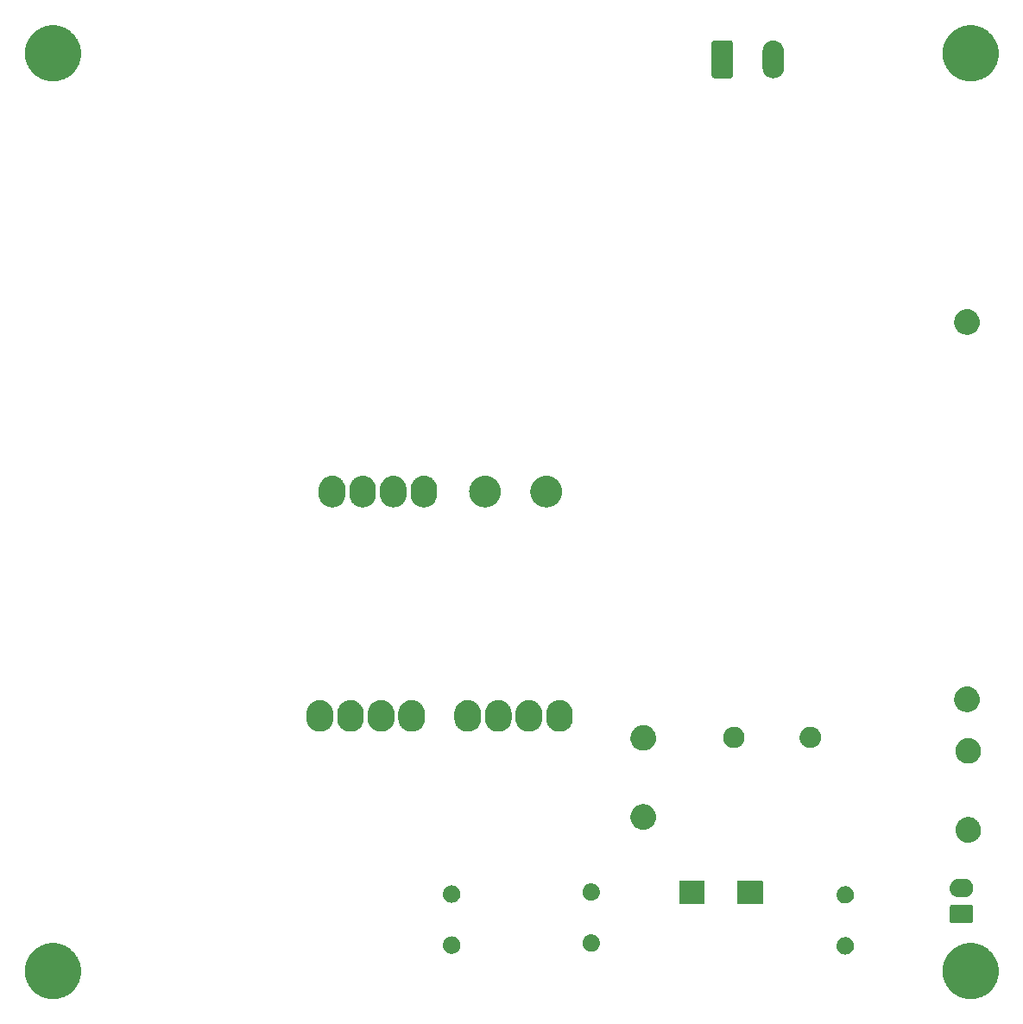
<source format=gbr>
G04 #@! TF.GenerationSoftware,KiCad,Pcbnew,(5.1.0-1152-gc9ccd8a64)*
G04 #@! TF.CreationDate,2019-08-01T10:24:24-04:00*
G04 #@! TF.ProjectId,UPS,5550532e-6b69-4636-9164-5f7063625858,rev?*
G04 #@! TF.SameCoordinates,Original*
G04 #@! TF.FileFunction,Soldermask,Top*
G04 #@! TF.FilePolarity,Negative*
%FSLAX46Y46*%
G04 Gerber Fmt 4.6, Leading zero omitted, Abs format (unit mm)*
G04 Created by KiCad (PCBNEW (5.1.0-1152-gc9ccd8a64)) date 2019-08-01 10:24:24*
%MOMM*%
%LPD*%
G04 APERTURE LIST*
%ADD10C,0.100000*%
G04 APERTURE END LIST*
D10*
G36*
X95081499Y-92249413D02*
G01*
X95182653Y-92250031D01*
X95243360Y-92257754D01*
X95302411Y-92260797D01*
X95406794Y-92278546D01*
X95511702Y-92291892D01*
X95566432Y-92305690D01*
X95619927Y-92314786D01*
X95726337Y-92346003D01*
X95833340Y-92372980D01*
X95881595Y-92391552D01*
X95928980Y-92405453D01*
X96035669Y-92450849D01*
X96142906Y-92492121D01*
X96184372Y-92514123D01*
X96225346Y-92531557D01*
X96330467Y-92591639D01*
X96435917Y-92647590D01*
X96470539Y-92671698D01*
X96504972Y-92691378D01*
X96606545Y-92766400D01*
X96708128Y-92837134D01*
X96736040Y-92862046D01*
X96764045Y-92882731D01*
X96860070Y-92972747D01*
X96955597Y-93058008D01*
X96977162Y-93082512D01*
X96999021Y-93103003D01*
X97087451Y-93207831D01*
X97174738Y-93307013D01*
X97190494Y-93329982D01*
X97206693Y-93349184D01*
X97285494Y-93468466D01*
X97362377Y-93580541D01*
X97373051Y-93601002D01*
X97384219Y-93617907D01*
X97451335Y-93751064D01*
X97515797Y-93874630D01*
X97522257Y-93891771D01*
X97529191Y-93905528D01*
X97582804Y-94052429D01*
X97632774Y-94185020D01*
X97635987Y-94198150D01*
X97639611Y-94208080D01*
X97677970Y-94369719D01*
X97711615Y-94507216D01*
X97712656Y-94515885D01*
X97713977Y-94521450D01*
X97735476Y-94705850D01*
X97751177Y-94836550D01*
X97746761Y-95225825D01*
X97728492Y-95353391D01*
X97726437Y-95400454D01*
X97711096Y-95474861D01*
X97699737Y-95554176D01*
X97678322Y-95633821D01*
X97661942Y-95713266D01*
X97635632Y-95792587D01*
X97613607Y-95874501D01*
X97584540Y-95946626D01*
X97560545Y-96018967D01*
X97523071Y-96099148D01*
X97489617Y-96182157D01*
X97454382Y-96246116D01*
X97424176Y-96310747D01*
X97375003Y-96390210D01*
X97329565Y-96472690D01*
X97289657Y-96528126D01*
X97254694Y-96584625D01*
X97193513Y-96661679D01*
X97135769Y-96741890D01*
X97092703Y-96788642D01*
X97054420Y-96836857D01*
X96981135Y-96909759D01*
X96911035Y-96985859D01*
X96866267Y-97024027D01*
X96826079Y-97064005D01*
X96740868Y-97130938D01*
X96658619Y-97201062D01*
X96613538Y-97230957D01*
X96572795Y-97262961D01*
X96476063Y-97322123D01*
X96382178Y-97384382D01*
X96338090Y-97406507D01*
X96298036Y-97431005D01*
X96190419Y-97480617D01*
X96085715Y-97533163D01*
X96043771Y-97548222D01*
X96005540Y-97565847D01*
X95887941Y-97604171D01*
X95773525Y-97645250D01*
X95734731Y-97654100D01*
X95699318Y-97665640D01*
X95572884Y-97691019D01*
X95450131Y-97719021D01*
X95415301Y-97722651D01*
X95383547Y-97729025D01*
X95249653Y-97739915D01*
X95120216Y-97753405D01*
X95089960Y-97752903D01*
X95062520Y-97755135D01*
X94922636Y-97750128D01*
X94788560Y-97747905D01*
X94763333Y-97744427D01*
X94740650Y-97743615D01*
X94596347Y-97721404D01*
X94459967Y-97702601D01*
X94439956Y-97697333D01*
X94422326Y-97694619D01*
X94275239Y-97653967D01*
X94139196Y-97618150D01*
X94124405Y-97612279D01*
X94111883Y-97608818D01*
X93962917Y-97548178D01*
X93830895Y-97495773D01*
X93821130Y-97490460D01*
X93813581Y-97487387D01*
X93661548Y-97403633D01*
X93539528Y-97337244D01*
X93534375Y-97333575D01*
X93531474Y-97331977D01*
X93354206Y-97205299D01*
X93269316Y-97144860D01*
X93192276Y-97074636D01*
X93031025Y-96928166D01*
X93028854Y-96925673D01*
X93024174Y-96921407D01*
X92933455Y-96816122D01*
X92819511Y-96685275D01*
X92814911Y-96678545D01*
X92807653Y-96670121D01*
X92728532Y-96552155D01*
X92637780Y-96419366D01*
X92631749Y-96407855D01*
X92622888Y-96394643D01*
X92559166Y-96269311D01*
X92488315Y-96134074D01*
X92481934Y-96117406D01*
X92472557Y-96098964D01*
X92425351Y-95969618D01*
X92373153Y-95833282D01*
X92367568Y-95811291D01*
X92358836Y-95787365D01*
X92328333Y-95656803D01*
X92293873Y-95521114D01*
X92290254Y-95493810D01*
X92283374Y-95464361D01*
X92269212Y-95335054D01*
X92251555Y-95201833D01*
X92251075Y-95169442D01*
X92247262Y-95134631D01*
X92248690Y-95008722D01*
X92246778Y-94879793D01*
X92250573Y-94842747D01*
X92251025Y-94802951D01*
X92266998Y-94682436D01*
X92279605Y-94559389D01*
X92288754Y-94518290D01*
X92294608Y-94474125D01*
X92323837Y-94360695D01*
X92349590Y-94245013D01*
X92365070Y-94200685D01*
X92377379Y-94152917D01*
X92418382Y-94048019D01*
X92455775Y-93940942D01*
X92478454Y-93894341D01*
X92498140Y-93843978D01*
X92549292Y-93748780D01*
X92596711Y-93651341D01*
X92627292Y-93603614D01*
X92655141Y-93551785D01*
X92714713Y-93467179D01*
X92770477Y-93380151D01*
X92809512Y-93332544D01*
X92846108Y-93280570D01*
X92912299Y-93207186D01*
X92974689Y-93131096D01*
X93022528Y-93084979D01*
X93068274Y-93034262D01*
X93139292Y-92972419D01*
X93206567Y-92907565D01*
X93263353Y-92864384D01*
X93318423Y-92816428D01*
X93392483Y-92766191D01*
X93462939Y-92712615D01*
X93528584Y-92673870D01*
X93592929Y-92630223D01*
X93668329Y-92591389D01*
X93740305Y-92548908D01*
X93814503Y-92516106D01*
X93887818Y-92478346D01*
X93962934Y-92450485D01*
X94034885Y-92418676D01*
X94117092Y-92393307D01*
X94198817Y-92362995D01*
X94272148Y-92345457D01*
X94342636Y-92323705D01*
X94432085Y-92307207D01*
X94521421Y-92285842D01*
X94591640Y-92277779D01*
X94659379Y-92265286D01*
X94755079Y-92259014D01*
X94850957Y-92248005D01*
X94916897Y-92248408D01*
X94980761Y-92244222D01*
X95081499Y-92249413D01*
X95081499Y-92249413D01*
G37*
G36*
X5081499Y-92249413D02*
G01*
X5182653Y-92250031D01*
X5243360Y-92257754D01*
X5302411Y-92260797D01*
X5406794Y-92278546D01*
X5511702Y-92291892D01*
X5566432Y-92305690D01*
X5619927Y-92314786D01*
X5726337Y-92346003D01*
X5833340Y-92372980D01*
X5881595Y-92391552D01*
X5928980Y-92405453D01*
X6035669Y-92450849D01*
X6142906Y-92492121D01*
X6184372Y-92514123D01*
X6225346Y-92531557D01*
X6330467Y-92591639D01*
X6435917Y-92647590D01*
X6470539Y-92671698D01*
X6504972Y-92691378D01*
X6606545Y-92766400D01*
X6708128Y-92837134D01*
X6736040Y-92862046D01*
X6764045Y-92882731D01*
X6860070Y-92972747D01*
X6955597Y-93058008D01*
X6977162Y-93082512D01*
X6999021Y-93103003D01*
X7087451Y-93207831D01*
X7174738Y-93307013D01*
X7190494Y-93329982D01*
X7206693Y-93349184D01*
X7285494Y-93468466D01*
X7362377Y-93580541D01*
X7373051Y-93601002D01*
X7384219Y-93617907D01*
X7451335Y-93751064D01*
X7515797Y-93874630D01*
X7522257Y-93891771D01*
X7529191Y-93905528D01*
X7582804Y-94052429D01*
X7632774Y-94185020D01*
X7635987Y-94198150D01*
X7639611Y-94208080D01*
X7677970Y-94369719D01*
X7711615Y-94507216D01*
X7712656Y-94515885D01*
X7713977Y-94521450D01*
X7735476Y-94705850D01*
X7751177Y-94836550D01*
X7746761Y-95225825D01*
X7728492Y-95353391D01*
X7726437Y-95400454D01*
X7711096Y-95474861D01*
X7699737Y-95554176D01*
X7678322Y-95633821D01*
X7661942Y-95713266D01*
X7635632Y-95792587D01*
X7613607Y-95874501D01*
X7584540Y-95946626D01*
X7560545Y-96018967D01*
X7523071Y-96099148D01*
X7489617Y-96182157D01*
X7454382Y-96246116D01*
X7424176Y-96310747D01*
X7375003Y-96390210D01*
X7329565Y-96472690D01*
X7289657Y-96528126D01*
X7254694Y-96584625D01*
X7193513Y-96661679D01*
X7135769Y-96741890D01*
X7092703Y-96788642D01*
X7054420Y-96836857D01*
X6981135Y-96909759D01*
X6911035Y-96985859D01*
X6866267Y-97024027D01*
X6826079Y-97064005D01*
X6740868Y-97130938D01*
X6658619Y-97201062D01*
X6613538Y-97230957D01*
X6572795Y-97262961D01*
X6476063Y-97322123D01*
X6382178Y-97384382D01*
X6338090Y-97406507D01*
X6298036Y-97431005D01*
X6190419Y-97480617D01*
X6085715Y-97533163D01*
X6043771Y-97548222D01*
X6005540Y-97565847D01*
X5887941Y-97604171D01*
X5773525Y-97645250D01*
X5734731Y-97654100D01*
X5699318Y-97665640D01*
X5572884Y-97691019D01*
X5450131Y-97719021D01*
X5415301Y-97722651D01*
X5383547Y-97729025D01*
X5249653Y-97739915D01*
X5120216Y-97753405D01*
X5089960Y-97752903D01*
X5062520Y-97755135D01*
X4922636Y-97750128D01*
X4788560Y-97747905D01*
X4763333Y-97744427D01*
X4740650Y-97743615D01*
X4596347Y-97721404D01*
X4459967Y-97702601D01*
X4439956Y-97697333D01*
X4422326Y-97694619D01*
X4275239Y-97653967D01*
X4139196Y-97618150D01*
X4124405Y-97612279D01*
X4111883Y-97608818D01*
X3962917Y-97548178D01*
X3830895Y-97495773D01*
X3821130Y-97490460D01*
X3813581Y-97487387D01*
X3661548Y-97403633D01*
X3539528Y-97337244D01*
X3534375Y-97333575D01*
X3531474Y-97331977D01*
X3354206Y-97205299D01*
X3269316Y-97144860D01*
X3192276Y-97074636D01*
X3031025Y-96928166D01*
X3028854Y-96925673D01*
X3024174Y-96921407D01*
X2933455Y-96816122D01*
X2819511Y-96685275D01*
X2814911Y-96678545D01*
X2807653Y-96670121D01*
X2728532Y-96552155D01*
X2637780Y-96419366D01*
X2631749Y-96407855D01*
X2622888Y-96394643D01*
X2559166Y-96269311D01*
X2488315Y-96134074D01*
X2481934Y-96117406D01*
X2472557Y-96098964D01*
X2425351Y-95969618D01*
X2373153Y-95833282D01*
X2367568Y-95811291D01*
X2358836Y-95787365D01*
X2328333Y-95656803D01*
X2293873Y-95521114D01*
X2290254Y-95493810D01*
X2283374Y-95464361D01*
X2269212Y-95335054D01*
X2251555Y-95201833D01*
X2251075Y-95169442D01*
X2247262Y-95134631D01*
X2248690Y-95008722D01*
X2246778Y-94879793D01*
X2250573Y-94842747D01*
X2251025Y-94802951D01*
X2266998Y-94682436D01*
X2279605Y-94559389D01*
X2288754Y-94518290D01*
X2294608Y-94474125D01*
X2323837Y-94360695D01*
X2349590Y-94245013D01*
X2365070Y-94200685D01*
X2377379Y-94152917D01*
X2418382Y-94048019D01*
X2455775Y-93940942D01*
X2478454Y-93894341D01*
X2498140Y-93843978D01*
X2549292Y-93748780D01*
X2596711Y-93651341D01*
X2627292Y-93603614D01*
X2655141Y-93551785D01*
X2714713Y-93467179D01*
X2770477Y-93380151D01*
X2809512Y-93332544D01*
X2846108Y-93280570D01*
X2912299Y-93207186D01*
X2974689Y-93131096D01*
X3022528Y-93084979D01*
X3068274Y-93034262D01*
X3139292Y-92972419D01*
X3206567Y-92907565D01*
X3263353Y-92864384D01*
X3318423Y-92816428D01*
X3392483Y-92766191D01*
X3462939Y-92712615D01*
X3528584Y-92673870D01*
X3592929Y-92630223D01*
X3668329Y-92591389D01*
X3740305Y-92548908D01*
X3814503Y-92516106D01*
X3887818Y-92478346D01*
X3962934Y-92450485D01*
X4034885Y-92418676D01*
X4117092Y-92393307D01*
X4198817Y-92362995D01*
X4272148Y-92345457D01*
X4342636Y-92323705D01*
X4432085Y-92307207D01*
X4521421Y-92285842D01*
X4591640Y-92277779D01*
X4659379Y-92265286D01*
X4755079Y-92259014D01*
X4850957Y-92248005D01*
X4916897Y-92248408D01*
X4980761Y-92244222D01*
X5081499Y-92249413D01*
X5081499Y-92249413D01*
G37*
G36*
X82705376Y-91676226D02*
G01*
X82747166Y-91674182D01*
X82791456Y-91681039D01*
X82842210Y-91683876D01*
X82882563Y-91695143D01*
X82918021Y-91700632D01*
X82965604Y-91718328D01*
X83020298Y-91733599D01*
X83052022Y-91750467D01*
X83080059Y-91760894D01*
X83128157Y-91790949D01*
X83183553Y-91820404D01*
X83206368Y-91839821D01*
X83226671Y-91852508D01*
X83272041Y-91895713D01*
X83324361Y-91940241D01*
X83338863Y-91959347D01*
X83351872Y-91971735D01*
X83391016Y-92028055D01*
X83436151Y-92087518D01*
X83443702Y-92103859D01*
X83450542Y-92113701D01*
X83479908Y-92182217D01*
X83513707Y-92255365D01*
X83516285Y-92267092D01*
X83518647Y-92272602D01*
X83534829Y-92351436D01*
X83553411Y-92435951D01*
X83552745Y-92626788D01*
X83533581Y-92711138D01*
X83516843Y-92789885D01*
X83514441Y-92795382D01*
X83511781Y-92807092D01*
X83477469Y-92880009D01*
X83447627Y-92948315D01*
X83440718Y-92958109D01*
X83433055Y-92974394D01*
X83387514Y-93033530D01*
X83347970Y-93089587D01*
X83334872Y-93101887D01*
X83320240Y-93120887D01*
X83267627Y-93165035D01*
X83221944Y-93207934D01*
X83201547Y-93220482D01*
X83178599Y-93239738D01*
X83123000Y-93268805D01*
X83074693Y-93298523D01*
X83046584Y-93308754D01*
X83014741Y-93325401D01*
X82959934Y-93340292D01*
X82912231Y-93357654D01*
X82876740Y-93362895D01*
X82836311Y-93373879D01*
X82785539Y-93376362D01*
X82741203Y-93382909D01*
X82699427Y-93380574D01*
X82651633Y-93382911D01*
X82607392Y-93375428D01*
X82568589Y-93373259D01*
X82522380Y-93361050D01*
X82469323Y-93352076D01*
X82433239Y-93337497D01*
X82401435Y-93329094D01*
X82353297Y-93305199D01*
X82297888Y-93282812D01*
X82270711Y-93264204D01*
X82246582Y-93252226D01*
X82199528Y-93215463D01*
X82145326Y-93178350D01*
X82126869Y-93158695D01*
X82110350Y-93145789D01*
X82067800Y-93095793D01*
X82018754Y-93043564D01*
X82008008Y-93025538D01*
X81998296Y-93014126D01*
X81963801Y-92951381D01*
X81924078Y-92884744D01*
X81919343Y-92870511D01*
X81915010Y-92862629D01*
X81892092Y-92788592D01*
X81865714Y-92709298D01*
X81864772Y-92700334D01*
X81863886Y-92697472D01*
X81855747Y-92614468D01*
X81846387Y-92525412D01*
X81856367Y-92436444D01*
X81865087Y-92353478D01*
X81865993Y-92350620D01*
X81866998Y-92341665D01*
X81893930Y-92262553D01*
X81917363Y-92188681D01*
X81921750Y-92180832D01*
X81926584Y-92166631D01*
X81966782Y-92100257D01*
X82001704Y-92037771D01*
X82011492Y-92026431D01*
X82022367Y-92008475D01*
X82071785Y-91956581D01*
X82114673Y-91906895D01*
X82131279Y-91894107D01*
X82149877Y-91874577D01*
X82204352Y-91837833D01*
X82251650Y-91801409D01*
X82275858Y-91789602D01*
X82303165Y-91771183D01*
X82358719Y-91749187D01*
X82407033Y-91725623D01*
X82438903Y-91717440D01*
X82475079Y-91703117D01*
X82528195Y-91694514D01*
X82574488Y-91682628D01*
X82613303Y-91680730D01*
X82657599Y-91673555D01*
X82705376Y-91676226D01*
X82705376Y-91676226D01*
G37*
G36*
X44097376Y-91600026D02*
G01*
X44139166Y-91597982D01*
X44183456Y-91604839D01*
X44234210Y-91607676D01*
X44274563Y-91618943D01*
X44310021Y-91624432D01*
X44357604Y-91642128D01*
X44412298Y-91657399D01*
X44444022Y-91674267D01*
X44472059Y-91684694D01*
X44520157Y-91714749D01*
X44575553Y-91744204D01*
X44598368Y-91763621D01*
X44618671Y-91776308D01*
X44664041Y-91819513D01*
X44716361Y-91864041D01*
X44730863Y-91883147D01*
X44743872Y-91895535D01*
X44783016Y-91951855D01*
X44828151Y-92011318D01*
X44835702Y-92027659D01*
X44842542Y-92037501D01*
X44871908Y-92106017D01*
X44905707Y-92179165D01*
X44908285Y-92190892D01*
X44910647Y-92196402D01*
X44926829Y-92275236D01*
X44945411Y-92359751D01*
X44944745Y-92550588D01*
X44925581Y-92634938D01*
X44908843Y-92713685D01*
X44906441Y-92719182D01*
X44903781Y-92730892D01*
X44869469Y-92803809D01*
X44839627Y-92872115D01*
X44832718Y-92881909D01*
X44825055Y-92898194D01*
X44779514Y-92957330D01*
X44739970Y-93013387D01*
X44726872Y-93025687D01*
X44712240Y-93044687D01*
X44659627Y-93088835D01*
X44613944Y-93131734D01*
X44593547Y-93144282D01*
X44570599Y-93163538D01*
X44515000Y-93192605D01*
X44466693Y-93222323D01*
X44438584Y-93232554D01*
X44406741Y-93249201D01*
X44351934Y-93264092D01*
X44304231Y-93281454D01*
X44268740Y-93286695D01*
X44228311Y-93297679D01*
X44177539Y-93300162D01*
X44133203Y-93306709D01*
X44091427Y-93304374D01*
X44043633Y-93306711D01*
X43999392Y-93299228D01*
X43960589Y-93297059D01*
X43914380Y-93284850D01*
X43861323Y-93275876D01*
X43825239Y-93261297D01*
X43793435Y-93252894D01*
X43745297Y-93228999D01*
X43689888Y-93206612D01*
X43662711Y-93188004D01*
X43638582Y-93176026D01*
X43591528Y-93139263D01*
X43537326Y-93102150D01*
X43518869Y-93082495D01*
X43502350Y-93069589D01*
X43459800Y-93019593D01*
X43410754Y-92967364D01*
X43400008Y-92949338D01*
X43390296Y-92937926D01*
X43355801Y-92875181D01*
X43316078Y-92808544D01*
X43311343Y-92794311D01*
X43307010Y-92786429D01*
X43284092Y-92712392D01*
X43257714Y-92633098D01*
X43256772Y-92624134D01*
X43255886Y-92621272D01*
X43247747Y-92538268D01*
X43238387Y-92449212D01*
X43248367Y-92360244D01*
X43257087Y-92277278D01*
X43257993Y-92274420D01*
X43258998Y-92265465D01*
X43285930Y-92186353D01*
X43309363Y-92112481D01*
X43313750Y-92104632D01*
X43318584Y-92090431D01*
X43358782Y-92024057D01*
X43393704Y-91961571D01*
X43403492Y-91950231D01*
X43414367Y-91932275D01*
X43463785Y-91880381D01*
X43506673Y-91830695D01*
X43523279Y-91817907D01*
X43541877Y-91798377D01*
X43596352Y-91761633D01*
X43643650Y-91725209D01*
X43667858Y-91713402D01*
X43695165Y-91694983D01*
X43750719Y-91672987D01*
X43799033Y-91649423D01*
X43830903Y-91641240D01*
X43867079Y-91626917D01*
X43920195Y-91618314D01*
X43966488Y-91606428D01*
X44005303Y-91604530D01*
X44049599Y-91597355D01*
X44097376Y-91600026D01*
X44097376Y-91600026D01*
G37*
G36*
X57787976Y-91396826D02*
G01*
X57829766Y-91394782D01*
X57874056Y-91401639D01*
X57924810Y-91404476D01*
X57965163Y-91415743D01*
X58000621Y-91421232D01*
X58048204Y-91438928D01*
X58102898Y-91454199D01*
X58134622Y-91471067D01*
X58162659Y-91481494D01*
X58210757Y-91511549D01*
X58266153Y-91541004D01*
X58288968Y-91560421D01*
X58309271Y-91573108D01*
X58354641Y-91616313D01*
X58406961Y-91660841D01*
X58421463Y-91679947D01*
X58434472Y-91692335D01*
X58473616Y-91748655D01*
X58518751Y-91808118D01*
X58526302Y-91824459D01*
X58533142Y-91834301D01*
X58562508Y-91902817D01*
X58596307Y-91975965D01*
X58598885Y-91987692D01*
X58601247Y-91993202D01*
X58617429Y-92072036D01*
X58636011Y-92156551D01*
X58635345Y-92347388D01*
X58616181Y-92431738D01*
X58599443Y-92510485D01*
X58597041Y-92515982D01*
X58594381Y-92527692D01*
X58560069Y-92600609D01*
X58530227Y-92668915D01*
X58523318Y-92678709D01*
X58515655Y-92694994D01*
X58470114Y-92754130D01*
X58430570Y-92810187D01*
X58417472Y-92822487D01*
X58402840Y-92841487D01*
X58350227Y-92885635D01*
X58304544Y-92928534D01*
X58284147Y-92941082D01*
X58261199Y-92960338D01*
X58205600Y-92989405D01*
X58157293Y-93019123D01*
X58129184Y-93029354D01*
X58097341Y-93046001D01*
X58042534Y-93060892D01*
X57994831Y-93078254D01*
X57959340Y-93083495D01*
X57918911Y-93094479D01*
X57868139Y-93096962D01*
X57823803Y-93103509D01*
X57782027Y-93101174D01*
X57734233Y-93103511D01*
X57689992Y-93096028D01*
X57651189Y-93093859D01*
X57604980Y-93081650D01*
X57551923Y-93072676D01*
X57515839Y-93058097D01*
X57484035Y-93049694D01*
X57435897Y-93025799D01*
X57380488Y-93003412D01*
X57353311Y-92984804D01*
X57329182Y-92972826D01*
X57282128Y-92936063D01*
X57227926Y-92898950D01*
X57209469Y-92879295D01*
X57192950Y-92866389D01*
X57150400Y-92816393D01*
X57101354Y-92764164D01*
X57090608Y-92746138D01*
X57080896Y-92734726D01*
X57046401Y-92671981D01*
X57006678Y-92605344D01*
X57001943Y-92591111D01*
X56997610Y-92583229D01*
X56974692Y-92509192D01*
X56948314Y-92429898D01*
X56947372Y-92420934D01*
X56946486Y-92418072D01*
X56938347Y-92335068D01*
X56928987Y-92246012D01*
X56938967Y-92157044D01*
X56947687Y-92074078D01*
X56948593Y-92071220D01*
X56949598Y-92062265D01*
X56976530Y-91983153D01*
X56999963Y-91909281D01*
X57004350Y-91901432D01*
X57009184Y-91887231D01*
X57049382Y-91820857D01*
X57084304Y-91758371D01*
X57094092Y-91747031D01*
X57104967Y-91729075D01*
X57154385Y-91677181D01*
X57197273Y-91627495D01*
X57213879Y-91614707D01*
X57232477Y-91595177D01*
X57286952Y-91558433D01*
X57334250Y-91522009D01*
X57358458Y-91510202D01*
X57385765Y-91491783D01*
X57441319Y-91469787D01*
X57489633Y-91446223D01*
X57521503Y-91438040D01*
X57557679Y-91423717D01*
X57610795Y-91415114D01*
X57657088Y-91403228D01*
X57695903Y-91401330D01*
X57740199Y-91394155D01*
X57787976Y-91396826D01*
X57787976Y-91396826D01*
G37*
G36*
X95036756Y-88491764D02*
G01*
X95048227Y-88497288D01*
X95056287Y-88498795D01*
X95073547Y-88509482D01*
X95118638Y-88531197D01*
X95138738Y-88549847D01*
X95151964Y-88558036D01*
X95162265Y-88571676D01*
X95185264Y-88593016D01*
X95207614Y-88631727D01*
X95219781Y-88647839D01*
X95221751Y-88656213D01*
X95229506Y-88669646D01*
X95248419Y-88769601D01*
X95251883Y-88784330D01*
X95251883Y-88787909D01*
X95253194Y-88794838D01*
X95253194Y-90007517D01*
X95238236Y-90106756D01*
X95232712Y-90118227D01*
X95231205Y-90126287D01*
X95220518Y-90143547D01*
X95198803Y-90188638D01*
X95180153Y-90208738D01*
X95171964Y-90221964D01*
X95158324Y-90232265D01*
X95136984Y-90255264D01*
X95098273Y-90277614D01*
X95082161Y-90289781D01*
X95073787Y-90291751D01*
X95060354Y-90299506D01*
X94960399Y-90318419D01*
X94945670Y-90321883D01*
X94942091Y-90321883D01*
X94935162Y-90323194D01*
X93262483Y-90323194D01*
X93163244Y-90308236D01*
X93151773Y-90302712D01*
X93143713Y-90301205D01*
X93126453Y-90290518D01*
X93081362Y-90268803D01*
X93061262Y-90250153D01*
X93048036Y-90241964D01*
X93037735Y-90228324D01*
X93014736Y-90206984D01*
X92992386Y-90168273D01*
X92980219Y-90152161D01*
X92978249Y-90143787D01*
X92970494Y-90130354D01*
X92951581Y-90030399D01*
X92948117Y-90015670D01*
X92948117Y-90012091D01*
X92946806Y-90005162D01*
X92946806Y-88792483D01*
X92961764Y-88693244D01*
X92967288Y-88681773D01*
X92968795Y-88673713D01*
X92979482Y-88656453D01*
X93001197Y-88611362D01*
X93019847Y-88591262D01*
X93028036Y-88578036D01*
X93041676Y-88567735D01*
X93063016Y-88544736D01*
X93101727Y-88522386D01*
X93117839Y-88510219D01*
X93126213Y-88508249D01*
X93139646Y-88500494D01*
X93239601Y-88481581D01*
X93254330Y-88478117D01*
X93257909Y-88478117D01*
X93264838Y-88476806D01*
X94937517Y-88476806D01*
X95036756Y-88491764D01*
X95036756Y-88491764D01*
G37*
G36*
X74580299Y-86151759D02*
G01*
X74597169Y-86163031D01*
X74608441Y-86179901D01*
X74614848Y-86212112D01*
X74614848Y-88387488D01*
X74612399Y-88399800D01*
X74608441Y-88419699D01*
X74597169Y-88436569D01*
X74580299Y-88447841D01*
X74560400Y-88451799D01*
X74548088Y-88454248D01*
X72172712Y-88454248D01*
X72140501Y-88447841D01*
X72123631Y-88436569D01*
X72112359Y-88419699D01*
X72105952Y-88387488D01*
X72105952Y-86212112D01*
X72112359Y-86179901D01*
X72123631Y-86163031D01*
X72140501Y-86151759D01*
X72172712Y-86145352D01*
X74548088Y-86145352D01*
X74580299Y-86151759D01*
X74580299Y-86151759D01*
G37*
G36*
X68880299Y-86151759D02*
G01*
X68897169Y-86163031D01*
X68908441Y-86179901D01*
X68914848Y-86212112D01*
X68914848Y-88387488D01*
X68912399Y-88399800D01*
X68908441Y-88419699D01*
X68897169Y-88436569D01*
X68880299Y-88447841D01*
X68860400Y-88451799D01*
X68848088Y-88454248D01*
X66472712Y-88454248D01*
X66440501Y-88447841D01*
X66423631Y-88436569D01*
X66412359Y-88419699D01*
X66405952Y-88387488D01*
X66405952Y-86212112D01*
X66412359Y-86179901D01*
X66423631Y-86163031D01*
X66440501Y-86151759D01*
X66472712Y-86145352D01*
X68848088Y-86145352D01*
X68880299Y-86151759D01*
X68880299Y-86151759D01*
G37*
G36*
X82705376Y-86676226D02*
G01*
X82747166Y-86674182D01*
X82791456Y-86681039D01*
X82842210Y-86683876D01*
X82882563Y-86695143D01*
X82918021Y-86700632D01*
X82965604Y-86718328D01*
X83020298Y-86733599D01*
X83052022Y-86750467D01*
X83080059Y-86760894D01*
X83128157Y-86790949D01*
X83183553Y-86820404D01*
X83206368Y-86839821D01*
X83226671Y-86852508D01*
X83272041Y-86895713D01*
X83324361Y-86940241D01*
X83338863Y-86959347D01*
X83351872Y-86971735D01*
X83391016Y-87028055D01*
X83436151Y-87087518D01*
X83443702Y-87103859D01*
X83450542Y-87113701D01*
X83479908Y-87182217D01*
X83513707Y-87255365D01*
X83516285Y-87267092D01*
X83518647Y-87272602D01*
X83534829Y-87351436D01*
X83553411Y-87435951D01*
X83552745Y-87626788D01*
X83533581Y-87711138D01*
X83516843Y-87789885D01*
X83514441Y-87795382D01*
X83511781Y-87807092D01*
X83477469Y-87880009D01*
X83447627Y-87948315D01*
X83440718Y-87958109D01*
X83433055Y-87974394D01*
X83387514Y-88033530D01*
X83347970Y-88089587D01*
X83334872Y-88101887D01*
X83320240Y-88120887D01*
X83267627Y-88165035D01*
X83221944Y-88207934D01*
X83201547Y-88220482D01*
X83178599Y-88239738D01*
X83123000Y-88268805D01*
X83074693Y-88298523D01*
X83046584Y-88308754D01*
X83014741Y-88325401D01*
X82959934Y-88340292D01*
X82912231Y-88357654D01*
X82876740Y-88362895D01*
X82836311Y-88373879D01*
X82785539Y-88376362D01*
X82741203Y-88382909D01*
X82699427Y-88380574D01*
X82651633Y-88382911D01*
X82607392Y-88375428D01*
X82568589Y-88373259D01*
X82522380Y-88361050D01*
X82469323Y-88352076D01*
X82433239Y-88337497D01*
X82401435Y-88329094D01*
X82353297Y-88305199D01*
X82297888Y-88282812D01*
X82270711Y-88264204D01*
X82246582Y-88252226D01*
X82199528Y-88215463D01*
X82145326Y-88178350D01*
X82126869Y-88158695D01*
X82110350Y-88145789D01*
X82067800Y-88095793D01*
X82018754Y-88043564D01*
X82008008Y-88025538D01*
X81998296Y-88014126D01*
X81963801Y-87951381D01*
X81924078Y-87884744D01*
X81919343Y-87870511D01*
X81915010Y-87862629D01*
X81892092Y-87788592D01*
X81865714Y-87709298D01*
X81864772Y-87700334D01*
X81863886Y-87697472D01*
X81855747Y-87614468D01*
X81846387Y-87525412D01*
X81856367Y-87436444D01*
X81865087Y-87353478D01*
X81865993Y-87350620D01*
X81866998Y-87341665D01*
X81893930Y-87262553D01*
X81917363Y-87188681D01*
X81921750Y-87180832D01*
X81926584Y-87166631D01*
X81966782Y-87100257D01*
X82001704Y-87037771D01*
X82011492Y-87026431D01*
X82022367Y-87008475D01*
X82071785Y-86956581D01*
X82114673Y-86906895D01*
X82131279Y-86894107D01*
X82149877Y-86874577D01*
X82204352Y-86837833D01*
X82251650Y-86801409D01*
X82275858Y-86789602D01*
X82303165Y-86771183D01*
X82358719Y-86749187D01*
X82407033Y-86725623D01*
X82438903Y-86717440D01*
X82475079Y-86703117D01*
X82528195Y-86694514D01*
X82574488Y-86682628D01*
X82613303Y-86680730D01*
X82657599Y-86673555D01*
X82705376Y-86676226D01*
X82705376Y-86676226D01*
G37*
G36*
X44097376Y-86600026D02*
G01*
X44139166Y-86597982D01*
X44183456Y-86604839D01*
X44234210Y-86607676D01*
X44274563Y-86618943D01*
X44310021Y-86624432D01*
X44357604Y-86642128D01*
X44412298Y-86657399D01*
X44444022Y-86674267D01*
X44472059Y-86684694D01*
X44520157Y-86714749D01*
X44575553Y-86744204D01*
X44598368Y-86763621D01*
X44618671Y-86776308D01*
X44664041Y-86819513D01*
X44716361Y-86864041D01*
X44730863Y-86883147D01*
X44743872Y-86895535D01*
X44783016Y-86951855D01*
X44828151Y-87011318D01*
X44835702Y-87027659D01*
X44842542Y-87037501D01*
X44871908Y-87106017D01*
X44905707Y-87179165D01*
X44908285Y-87190892D01*
X44910647Y-87196402D01*
X44926829Y-87275236D01*
X44945411Y-87359751D01*
X44944745Y-87550588D01*
X44925581Y-87634938D01*
X44908843Y-87713685D01*
X44906441Y-87719182D01*
X44903781Y-87730892D01*
X44869469Y-87803809D01*
X44839627Y-87872115D01*
X44832718Y-87881909D01*
X44825055Y-87898194D01*
X44779514Y-87957330D01*
X44739970Y-88013387D01*
X44726872Y-88025687D01*
X44712240Y-88044687D01*
X44659627Y-88088835D01*
X44613944Y-88131734D01*
X44593547Y-88144282D01*
X44570599Y-88163538D01*
X44515000Y-88192605D01*
X44466693Y-88222323D01*
X44438584Y-88232554D01*
X44406741Y-88249201D01*
X44351934Y-88264092D01*
X44304231Y-88281454D01*
X44268740Y-88286695D01*
X44228311Y-88297679D01*
X44177539Y-88300162D01*
X44133203Y-88306709D01*
X44091427Y-88304374D01*
X44043633Y-88306711D01*
X43999392Y-88299228D01*
X43960589Y-88297059D01*
X43914380Y-88284850D01*
X43861323Y-88275876D01*
X43825239Y-88261297D01*
X43793435Y-88252894D01*
X43745297Y-88228999D01*
X43689888Y-88206612D01*
X43662711Y-88188004D01*
X43638582Y-88176026D01*
X43591528Y-88139263D01*
X43537326Y-88102150D01*
X43518869Y-88082495D01*
X43502350Y-88069589D01*
X43459800Y-88019593D01*
X43410754Y-87967364D01*
X43400008Y-87949338D01*
X43390296Y-87937926D01*
X43355801Y-87875181D01*
X43316078Y-87808544D01*
X43311343Y-87794311D01*
X43307010Y-87786429D01*
X43284092Y-87712392D01*
X43257714Y-87633098D01*
X43256772Y-87624134D01*
X43255886Y-87621272D01*
X43247747Y-87538268D01*
X43238387Y-87449212D01*
X43248367Y-87360244D01*
X43257087Y-87277278D01*
X43257993Y-87274420D01*
X43258998Y-87265465D01*
X43285930Y-87186353D01*
X43309363Y-87112481D01*
X43313750Y-87104632D01*
X43318584Y-87090431D01*
X43358782Y-87024057D01*
X43393704Y-86961571D01*
X43403492Y-86950231D01*
X43414367Y-86932275D01*
X43463785Y-86880381D01*
X43506673Y-86830695D01*
X43523279Y-86817907D01*
X43541877Y-86798377D01*
X43596352Y-86761633D01*
X43643650Y-86725209D01*
X43667858Y-86713402D01*
X43695165Y-86694983D01*
X43750719Y-86672987D01*
X43799033Y-86649423D01*
X43830903Y-86641240D01*
X43867079Y-86626917D01*
X43920195Y-86618314D01*
X43966488Y-86606428D01*
X44005303Y-86604530D01*
X44049599Y-86597355D01*
X44097376Y-86600026D01*
X44097376Y-86600026D01*
G37*
G36*
X57787976Y-86396826D02*
G01*
X57829766Y-86394782D01*
X57874056Y-86401639D01*
X57924810Y-86404476D01*
X57965163Y-86415743D01*
X58000621Y-86421232D01*
X58048204Y-86438928D01*
X58102898Y-86454199D01*
X58134622Y-86471067D01*
X58162659Y-86481494D01*
X58210757Y-86511549D01*
X58266153Y-86541004D01*
X58288968Y-86560421D01*
X58309271Y-86573108D01*
X58354641Y-86616313D01*
X58406961Y-86660841D01*
X58421463Y-86679947D01*
X58434472Y-86692335D01*
X58473616Y-86748655D01*
X58518751Y-86808118D01*
X58526302Y-86824459D01*
X58533142Y-86834301D01*
X58562508Y-86902817D01*
X58596307Y-86975965D01*
X58598885Y-86987692D01*
X58601247Y-86993202D01*
X58617429Y-87072036D01*
X58636011Y-87156551D01*
X58635345Y-87347388D01*
X58616181Y-87431738D01*
X58599443Y-87510485D01*
X58597041Y-87515982D01*
X58594381Y-87527692D01*
X58560069Y-87600609D01*
X58530227Y-87668915D01*
X58523318Y-87678709D01*
X58515655Y-87694994D01*
X58470114Y-87754130D01*
X58430570Y-87810187D01*
X58417472Y-87822487D01*
X58402840Y-87841487D01*
X58350227Y-87885635D01*
X58304544Y-87928534D01*
X58284147Y-87941082D01*
X58261199Y-87960338D01*
X58205600Y-87989405D01*
X58157293Y-88019123D01*
X58129184Y-88029354D01*
X58097341Y-88046001D01*
X58042534Y-88060892D01*
X57994831Y-88078254D01*
X57959340Y-88083495D01*
X57918911Y-88094479D01*
X57868139Y-88096962D01*
X57823803Y-88103509D01*
X57782027Y-88101174D01*
X57734233Y-88103511D01*
X57689992Y-88096028D01*
X57651189Y-88093859D01*
X57604980Y-88081650D01*
X57551923Y-88072676D01*
X57515839Y-88058097D01*
X57484035Y-88049694D01*
X57435897Y-88025799D01*
X57380488Y-88003412D01*
X57353311Y-87984804D01*
X57329182Y-87972826D01*
X57282128Y-87936063D01*
X57227926Y-87898950D01*
X57209469Y-87879295D01*
X57192950Y-87866389D01*
X57150400Y-87816393D01*
X57101354Y-87764164D01*
X57090608Y-87746138D01*
X57080896Y-87734726D01*
X57046401Y-87671981D01*
X57006678Y-87605344D01*
X57001943Y-87591111D01*
X56997610Y-87583229D01*
X56974692Y-87509192D01*
X56948314Y-87429898D01*
X56947372Y-87420934D01*
X56946486Y-87418072D01*
X56938347Y-87335068D01*
X56928987Y-87246012D01*
X56938967Y-87157044D01*
X56947687Y-87074078D01*
X56948593Y-87071220D01*
X56949598Y-87062265D01*
X56976530Y-86983153D01*
X56999963Y-86909281D01*
X57004350Y-86901432D01*
X57009184Y-86887231D01*
X57049382Y-86820857D01*
X57084304Y-86758371D01*
X57094092Y-86747031D01*
X57104967Y-86729075D01*
X57154385Y-86677181D01*
X57197273Y-86627495D01*
X57213879Y-86614707D01*
X57232477Y-86595177D01*
X57286952Y-86558433D01*
X57334250Y-86522009D01*
X57358458Y-86510202D01*
X57385765Y-86491783D01*
X57441319Y-86469787D01*
X57489633Y-86446223D01*
X57521503Y-86438040D01*
X57557679Y-86423717D01*
X57610795Y-86415114D01*
X57657088Y-86403228D01*
X57695903Y-86401330D01*
X57740199Y-86394155D01*
X57787976Y-86396826D01*
X57787976Y-86396826D01*
G37*
G36*
X94522541Y-85954164D02*
G01*
X94605459Y-85981105D01*
X94694576Y-86009375D01*
X94697628Y-86011053D01*
X94706668Y-86013990D01*
X94780320Y-86056513D01*
X94852856Y-86096390D01*
X94860504Y-86102807D01*
X94874332Y-86110791D01*
X94933373Y-86163952D01*
X94991216Y-86212488D01*
X95001544Y-86225333D01*
X95018206Y-86240336D01*
X95061342Y-86299708D01*
X95104395Y-86353255D01*
X95115039Y-86373615D01*
X95132003Y-86396964D01*
X95159311Y-86458300D01*
X95188074Y-86513317D01*
X95196396Y-86541593D01*
X95210748Y-86573828D01*
X95223396Y-86633330D01*
X95239068Y-86686581D01*
X95242328Y-86722400D01*
X95251000Y-86763199D01*
X95251000Y-86817689D01*
X95255439Y-86866464D01*
X95251000Y-86908697D01*
X95251000Y-86956801D01*
X95240998Y-87003858D01*
X95236559Y-87046088D01*
X95222078Y-87092870D01*
X95210748Y-87146172D01*
X95193783Y-87184276D01*
X95183148Y-87218633D01*
X95156748Y-87267458D01*
X95132003Y-87323037D01*
X95111259Y-87351589D01*
X95097242Y-87377512D01*
X95057673Y-87425342D01*
X95018206Y-87479664D01*
X94996759Y-87498975D01*
X94982113Y-87516679D01*
X94928863Y-87560109D01*
X94874332Y-87609209D01*
X94854917Y-87620418D01*
X94842145Y-87630835D01*
X94775473Y-87666285D01*
X94706668Y-87706010D01*
X94691483Y-87710944D01*
X94682666Y-87715632D01*
X94603392Y-87739566D01*
X94522541Y-87765836D01*
X94513092Y-87766829D01*
X94509754Y-87767837D01*
X94416605Y-87776970D01*
X94378266Y-87781000D01*
X93821734Y-87781000D01*
X93677459Y-87765836D01*
X93594541Y-87738895D01*
X93505424Y-87710625D01*
X93502372Y-87708947D01*
X93493332Y-87706010D01*
X93419680Y-87663487D01*
X93347144Y-87623610D01*
X93339496Y-87617193D01*
X93325668Y-87609209D01*
X93266627Y-87556048D01*
X93208784Y-87507512D01*
X93198456Y-87494667D01*
X93181794Y-87479664D01*
X93138658Y-87420292D01*
X93095605Y-87366745D01*
X93084961Y-87346385D01*
X93067997Y-87323036D01*
X93040689Y-87261700D01*
X93011926Y-87206683D01*
X93003604Y-87178407D01*
X92989252Y-87146172D01*
X92976604Y-87086670D01*
X92960932Y-87033419D01*
X92957672Y-86997600D01*
X92949000Y-86956801D01*
X92949000Y-86902311D01*
X92944561Y-86853536D01*
X92949000Y-86811303D01*
X92949000Y-86763199D01*
X92959002Y-86716142D01*
X92963441Y-86673912D01*
X92977922Y-86627130D01*
X92989252Y-86573828D01*
X93006217Y-86535724D01*
X93016852Y-86501367D01*
X93043252Y-86452542D01*
X93067997Y-86396963D01*
X93088741Y-86368411D01*
X93102758Y-86342488D01*
X93142327Y-86294658D01*
X93181794Y-86240336D01*
X93203241Y-86221025D01*
X93217887Y-86203321D01*
X93271137Y-86159891D01*
X93325668Y-86110791D01*
X93345083Y-86099582D01*
X93357855Y-86089165D01*
X93424527Y-86053715D01*
X93493332Y-86013990D01*
X93508517Y-86009056D01*
X93517334Y-86004368D01*
X93596608Y-85980434D01*
X93677459Y-85954164D01*
X93686908Y-85953171D01*
X93690246Y-85952163D01*
X93783395Y-85943030D01*
X93821734Y-85939000D01*
X94378266Y-85939000D01*
X94522541Y-85954164D01*
X94522541Y-85954164D01*
G37*
G36*
X94777105Y-79900994D02*
G01*
X94839704Y-79899027D01*
X94889628Y-79906399D01*
X94933449Y-79908504D01*
X94993165Y-79921688D01*
X95060620Y-79931649D01*
X95103224Y-79945987D01*
X95140764Y-79954275D01*
X95202372Y-79979354D01*
X95272269Y-80002877D01*
X95306823Y-80021873D01*
X95337397Y-80034319D01*
X95398422Y-80072230D01*
X95467959Y-80110458D01*
X95494321Y-80131806D01*
X95517733Y-80146350D01*
X95575435Y-80197490D01*
X95641505Y-80250993D01*
X95660072Y-80272503D01*
X95676615Y-80287165D01*
X95728109Y-80351325D01*
X95787422Y-80420040D01*
X95799081Y-80439754D01*
X95809501Y-80452737D01*
X95851859Y-80528996D01*
X95901098Y-80612254D01*
X95907163Y-80628563D01*
X95912590Y-80638333D01*
X95942985Y-80724886D01*
X95978938Y-80821561D01*
X95981043Y-80833258D01*
X95982934Y-80838644D01*
X95998794Y-80931915D01*
X96018483Y-81041344D01*
X96018339Y-81046858D01*
X96018421Y-81047343D01*
X96015933Y-81284833D01*
X96011502Y-81307953D01*
X96010925Y-81329980D01*
X95990988Y-81414982D01*
X95976084Y-81492744D01*
X95967176Y-81516506D01*
X95959932Y-81547392D01*
X95927516Y-81622301D01*
X95901561Y-81691537D01*
X95886032Y-81718166D01*
X95871244Y-81752338D01*
X95829191Y-81815633D01*
X95794607Y-81874935D01*
X95771315Y-81902742D01*
X95747664Y-81938340D01*
X95698935Y-81989154D01*
X95658283Y-82037687D01*
X95626500Y-82064688D01*
X95593100Y-82099518D01*
X95540638Y-82137634D01*
X95496486Y-82175144D01*
X95455945Y-82199167D01*
X95412437Y-82230778D01*
X95359037Y-82256593D01*
X95313848Y-82283370D01*
X95264791Y-82302152D01*
X95211384Y-82327970D01*
X95159580Y-82342434D01*
X95115572Y-82359283D01*
X95058755Y-82370585D01*
X94996298Y-82388023D01*
X94948258Y-82392564D01*
X94907352Y-82400701D01*
X94844069Y-82402413D01*
X94773977Y-82409039D01*
X94731383Y-82405462D01*
X94695131Y-82406443D01*
X94627177Y-82396711D01*
X94551447Y-82390352D01*
X94515487Y-82380716D01*
X94484968Y-82376346D01*
X94414584Y-82353680D01*
X94335744Y-82332555D01*
X94307034Y-82319045D01*
X94282884Y-82311268D01*
X94212701Y-82274655D01*
X94133685Y-82237473D01*
X94112316Y-82222287D01*
X94094658Y-82213075D01*
X94027579Y-82162067D01*
X93951657Y-82108112D01*
X93937171Y-82093320D01*
X93925662Y-82084568D01*
X93864838Y-82019456D01*
X93795413Y-81948562D01*
X93786870Y-81935991D01*
X93780738Y-81929427D01*
X93729505Y-81851581D01*
X93669893Y-81763864D01*
X93665956Y-81755021D01*
X93664023Y-81752084D01*
X93626512Y-81666429D01*
X93579064Y-81559858D01*
X93547945Y-81433165D01*
X93527677Y-81351572D01*
X93527579Y-81350250D01*
X93525796Y-81342992D01*
X93518932Y-81233887D01*
X93511944Y-81139855D01*
X93512590Y-81133086D01*
X93511774Y-81120120D01*
X93523477Y-81018974D01*
X93532108Y-80928511D01*
X93535314Y-80916670D01*
X93537441Y-80898288D01*
X93565055Y-80806827D01*
X93587593Y-80723586D01*
X93595045Y-80707494D01*
X93601986Y-80684506D01*
X93642675Y-80604649D01*
X93676813Y-80530936D01*
X93689968Y-80511832D01*
X93703367Y-80485534D01*
X93754082Y-80418719D01*
X93797214Y-80356080D01*
X93817204Y-80335560D01*
X93838382Y-80307659D01*
X93895976Y-80254699D01*
X93945357Y-80204008D01*
X93972919Y-80183946D01*
X94002762Y-80156504D01*
X94064096Y-80117580D01*
X94117007Y-80079067D01*
X94152428Y-80061522D01*
X94191310Y-80036847D01*
X94253410Y-80011505D01*
X94307247Y-79984838D01*
X94350315Y-79971958D01*
X94398069Y-79952470D01*
X94458260Y-79939676D01*
X94510651Y-79924008D01*
X94560645Y-79917914D01*
X94616501Y-79906041D01*
X94672464Y-79904282D01*
X94721391Y-79898318D01*
X94777105Y-79900994D01*
X94777105Y-79900994D01*
G37*
G36*
X62900105Y-78630994D02*
G01*
X62962704Y-78629027D01*
X63012628Y-78636399D01*
X63056449Y-78638504D01*
X63116165Y-78651688D01*
X63183620Y-78661649D01*
X63226224Y-78675987D01*
X63263764Y-78684275D01*
X63325372Y-78709354D01*
X63395269Y-78732877D01*
X63429823Y-78751873D01*
X63460397Y-78764319D01*
X63521422Y-78802230D01*
X63590959Y-78840458D01*
X63617321Y-78861806D01*
X63640733Y-78876350D01*
X63698435Y-78927490D01*
X63764505Y-78980993D01*
X63783072Y-79002503D01*
X63799615Y-79017165D01*
X63851109Y-79081325D01*
X63910422Y-79150040D01*
X63922081Y-79169754D01*
X63932501Y-79182737D01*
X63974859Y-79258996D01*
X64024098Y-79342254D01*
X64030163Y-79358563D01*
X64035590Y-79368333D01*
X64065985Y-79454886D01*
X64101938Y-79551561D01*
X64104043Y-79563258D01*
X64105934Y-79568644D01*
X64121794Y-79661915D01*
X64141483Y-79771344D01*
X64141339Y-79776858D01*
X64141421Y-79777343D01*
X64138933Y-80014833D01*
X64134502Y-80037953D01*
X64133925Y-80059980D01*
X64113988Y-80144982D01*
X64099084Y-80222744D01*
X64090176Y-80246506D01*
X64082932Y-80277392D01*
X64050516Y-80352301D01*
X64024561Y-80421537D01*
X64009032Y-80448166D01*
X63994244Y-80482338D01*
X63952191Y-80545633D01*
X63917607Y-80604935D01*
X63894315Y-80632742D01*
X63870664Y-80668340D01*
X63821935Y-80719154D01*
X63781283Y-80767687D01*
X63749500Y-80794688D01*
X63716100Y-80829518D01*
X63663638Y-80867634D01*
X63619486Y-80905144D01*
X63578945Y-80929167D01*
X63535437Y-80960778D01*
X63482037Y-80986593D01*
X63436848Y-81013370D01*
X63387791Y-81032152D01*
X63334384Y-81057970D01*
X63282580Y-81072434D01*
X63238572Y-81089283D01*
X63181755Y-81100585D01*
X63119298Y-81118023D01*
X63071258Y-81122564D01*
X63030352Y-81130701D01*
X62967069Y-81132413D01*
X62896977Y-81139039D01*
X62854383Y-81135462D01*
X62818131Y-81136443D01*
X62750177Y-81126711D01*
X62674447Y-81120352D01*
X62638487Y-81110716D01*
X62607968Y-81106346D01*
X62537584Y-81083680D01*
X62458744Y-81062555D01*
X62430034Y-81049045D01*
X62405884Y-81041268D01*
X62335701Y-81004655D01*
X62256685Y-80967473D01*
X62235316Y-80952287D01*
X62217658Y-80943075D01*
X62150579Y-80892067D01*
X62074657Y-80838112D01*
X62060171Y-80823320D01*
X62048662Y-80814568D01*
X61987838Y-80749456D01*
X61918413Y-80678562D01*
X61909870Y-80665991D01*
X61903738Y-80659427D01*
X61852505Y-80581581D01*
X61792893Y-80493864D01*
X61788956Y-80485021D01*
X61787023Y-80482084D01*
X61749512Y-80396429D01*
X61702064Y-80289858D01*
X61670945Y-80163165D01*
X61650677Y-80081572D01*
X61650579Y-80080250D01*
X61648796Y-80072992D01*
X61641932Y-79963887D01*
X61634944Y-79869855D01*
X61635590Y-79863086D01*
X61634774Y-79850120D01*
X61646477Y-79748974D01*
X61655108Y-79658511D01*
X61658314Y-79646670D01*
X61660441Y-79628288D01*
X61688055Y-79536827D01*
X61710593Y-79453586D01*
X61718045Y-79437494D01*
X61724986Y-79414506D01*
X61765675Y-79334649D01*
X61799813Y-79260936D01*
X61812968Y-79241832D01*
X61826367Y-79215534D01*
X61877082Y-79148719D01*
X61920214Y-79086080D01*
X61940204Y-79065560D01*
X61961382Y-79037659D01*
X62018976Y-78984699D01*
X62068357Y-78934008D01*
X62095919Y-78913946D01*
X62125762Y-78886504D01*
X62187096Y-78847580D01*
X62240007Y-78809067D01*
X62275428Y-78791522D01*
X62314310Y-78766847D01*
X62376410Y-78741505D01*
X62430247Y-78714838D01*
X62473315Y-78701958D01*
X62521069Y-78682470D01*
X62581260Y-78669676D01*
X62633651Y-78654008D01*
X62683645Y-78647914D01*
X62739501Y-78636041D01*
X62795464Y-78634282D01*
X62844391Y-78628318D01*
X62900105Y-78630994D01*
X62900105Y-78630994D01*
G37*
G36*
X94777105Y-72150994D02*
G01*
X94839704Y-72149027D01*
X94889628Y-72156399D01*
X94933449Y-72158504D01*
X94993165Y-72171688D01*
X95060620Y-72181649D01*
X95103224Y-72195987D01*
X95140764Y-72204275D01*
X95202372Y-72229354D01*
X95272269Y-72252877D01*
X95306823Y-72271873D01*
X95337397Y-72284319D01*
X95398422Y-72322230D01*
X95467959Y-72360458D01*
X95494321Y-72381806D01*
X95517733Y-72396350D01*
X95575435Y-72447490D01*
X95641505Y-72500993D01*
X95660072Y-72522503D01*
X95676615Y-72537165D01*
X95728109Y-72601325D01*
X95787422Y-72670040D01*
X95799081Y-72689754D01*
X95809501Y-72702737D01*
X95851859Y-72778996D01*
X95901098Y-72862254D01*
X95907163Y-72878563D01*
X95912590Y-72888333D01*
X95942985Y-72974886D01*
X95978938Y-73071561D01*
X95981043Y-73083258D01*
X95982934Y-73088644D01*
X95998794Y-73181915D01*
X96018483Y-73291344D01*
X96018339Y-73296858D01*
X96018421Y-73297343D01*
X96015933Y-73534833D01*
X96011502Y-73557953D01*
X96010925Y-73579980D01*
X95990988Y-73664982D01*
X95976084Y-73742744D01*
X95967176Y-73766506D01*
X95959932Y-73797392D01*
X95927516Y-73872301D01*
X95901561Y-73941537D01*
X95886032Y-73968166D01*
X95871244Y-74002338D01*
X95829191Y-74065633D01*
X95794607Y-74124935D01*
X95771315Y-74152742D01*
X95747664Y-74188340D01*
X95698935Y-74239154D01*
X95658283Y-74287687D01*
X95626500Y-74314688D01*
X95593100Y-74349518D01*
X95540638Y-74387634D01*
X95496486Y-74425144D01*
X95455945Y-74449167D01*
X95412437Y-74480778D01*
X95359037Y-74506593D01*
X95313848Y-74533370D01*
X95264791Y-74552152D01*
X95211384Y-74577970D01*
X95159580Y-74592434D01*
X95115572Y-74609283D01*
X95058755Y-74620585D01*
X94996298Y-74638023D01*
X94948258Y-74642564D01*
X94907352Y-74650701D01*
X94844069Y-74652413D01*
X94773977Y-74659039D01*
X94731383Y-74655462D01*
X94695131Y-74656443D01*
X94627177Y-74646711D01*
X94551447Y-74640352D01*
X94515487Y-74630716D01*
X94484968Y-74626346D01*
X94414584Y-74603680D01*
X94335744Y-74582555D01*
X94307034Y-74569045D01*
X94282884Y-74561268D01*
X94212701Y-74524655D01*
X94133685Y-74487473D01*
X94112316Y-74472287D01*
X94094658Y-74463075D01*
X94027579Y-74412067D01*
X93951657Y-74358112D01*
X93937171Y-74343320D01*
X93925662Y-74334568D01*
X93864838Y-74269456D01*
X93795413Y-74198562D01*
X93786870Y-74185991D01*
X93780738Y-74179427D01*
X93729505Y-74101581D01*
X93669893Y-74013864D01*
X93665956Y-74005021D01*
X93664023Y-74002084D01*
X93626512Y-73916429D01*
X93579064Y-73809858D01*
X93547945Y-73683165D01*
X93527677Y-73601572D01*
X93527579Y-73600250D01*
X93525796Y-73592992D01*
X93518932Y-73483887D01*
X93511944Y-73389855D01*
X93512590Y-73383086D01*
X93511774Y-73370120D01*
X93523477Y-73268974D01*
X93532108Y-73178511D01*
X93535314Y-73166670D01*
X93537441Y-73148288D01*
X93565055Y-73056827D01*
X93587593Y-72973586D01*
X93595045Y-72957494D01*
X93601986Y-72934506D01*
X93642675Y-72854649D01*
X93676813Y-72780936D01*
X93689968Y-72761832D01*
X93703367Y-72735534D01*
X93754082Y-72668719D01*
X93797214Y-72606080D01*
X93817204Y-72585560D01*
X93838382Y-72557659D01*
X93895976Y-72504699D01*
X93945357Y-72454008D01*
X93972919Y-72433946D01*
X94002762Y-72406504D01*
X94064096Y-72367580D01*
X94117007Y-72329067D01*
X94152428Y-72311522D01*
X94191310Y-72286847D01*
X94253410Y-72261505D01*
X94307247Y-72234838D01*
X94350315Y-72221958D01*
X94398069Y-72202470D01*
X94458260Y-72189676D01*
X94510651Y-72174008D01*
X94560645Y-72167914D01*
X94616501Y-72156041D01*
X94672464Y-72154282D01*
X94721391Y-72148318D01*
X94777105Y-72150994D01*
X94777105Y-72150994D01*
G37*
G36*
X62900105Y-70880994D02*
G01*
X62962704Y-70879027D01*
X63012628Y-70886399D01*
X63056449Y-70888504D01*
X63116165Y-70901688D01*
X63183620Y-70911649D01*
X63226224Y-70925987D01*
X63263764Y-70934275D01*
X63325372Y-70959354D01*
X63395269Y-70982877D01*
X63429823Y-71001873D01*
X63460397Y-71014319D01*
X63521422Y-71052230D01*
X63590959Y-71090458D01*
X63617321Y-71111806D01*
X63640733Y-71126350D01*
X63698435Y-71177490D01*
X63764505Y-71230993D01*
X63783072Y-71252503D01*
X63799615Y-71267165D01*
X63851109Y-71331325D01*
X63910422Y-71400040D01*
X63922081Y-71419754D01*
X63932501Y-71432737D01*
X63974859Y-71508996D01*
X64024098Y-71592254D01*
X64030163Y-71608563D01*
X64035590Y-71618333D01*
X64065985Y-71704886D01*
X64101938Y-71801561D01*
X64104043Y-71813258D01*
X64105934Y-71818644D01*
X64121794Y-71911915D01*
X64141483Y-72021344D01*
X64141339Y-72026858D01*
X64141421Y-72027343D01*
X64138933Y-72264833D01*
X64134502Y-72287953D01*
X64133925Y-72309980D01*
X64113988Y-72394982D01*
X64099084Y-72472744D01*
X64090176Y-72496506D01*
X64082932Y-72527392D01*
X64050516Y-72602301D01*
X64024561Y-72671537D01*
X64009032Y-72698166D01*
X63994244Y-72732338D01*
X63952191Y-72795633D01*
X63917607Y-72854935D01*
X63894315Y-72882742D01*
X63870664Y-72918340D01*
X63821935Y-72969154D01*
X63781283Y-73017687D01*
X63749500Y-73044688D01*
X63716100Y-73079518D01*
X63663638Y-73117634D01*
X63619486Y-73155144D01*
X63578945Y-73179167D01*
X63535437Y-73210778D01*
X63482037Y-73236593D01*
X63436848Y-73263370D01*
X63387791Y-73282152D01*
X63334384Y-73307970D01*
X63282580Y-73322434D01*
X63238572Y-73339283D01*
X63181755Y-73350585D01*
X63119298Y-73368023D01*
X63071258Y-73372564D01*
X63030352Y-73380701D01*
X62967069Y-73382413D01*
X62896977Y-73389039D01*
X62854383Y-73385462D01*
X62818131Y-73386443D01*
X62750177Y-73376711D01*
X62674447Y-73370352D01*
X62638487Y-73360716D01*
X62607968Y-73356346D01*
X62537584Y-73333680D01*
X62458744Y-73312555D01*
X62430034Y-73299045D01*
X62405884Y-73291268D01*
X62335701Y-73254655D01*
X62256685Y-73217473D01*
X62235316Y-73202287D01*
X62217658Y-73193075D01*
X62150579Y-73142067D01*
X62074657Y-73088112D01*
X62060171Y-73073320D01*
X62048662Y-73064568D01*
X61987838Y-72999456D01*
X61918413Y-72928562D01*
X61909870Y-72915991D01*
X61903738Y-72909427D01*
X61852505Y-72831581D01*
X61792893Y-72743864D01*
X61788956Y-72735021D01*
X61787023Y-72732084D01*
X61749512Y-72646429D01*
X61702064Y-72539858D01*
X61670945Y-72413165D01*
X61650677Y-72331572D01*
X61650579Y-72330250D01*
X61648796Y-72322992D01*
X61641932Y-72213887D01*
X61634944Y-72119855D01*
X61635590Y-72113086D01*
X61634774Y-72100120D01*
X61646477Y-71998974D01*
X61655108Y-71908511D01*
X61658314Y-71896670D01*
X61660441Y-71878288D01*
X61688055Y-71786827D01*
X61710593Y-71703586D01*
X61718045Y-71687494D01*
X61724986Y-71664506D01*
X61765675Y-71584649D01*
X61799813Y-71510936D01*
X61812968Y-71491832D01*
X61826367Y-71465534D01*
X61877082Y-71398719D01*
X61920214Y-71336080D01*
X61940204Y-71315560D01*
X61961382Y-71287659D01*
X62018976Y-71234699D01*
X62068357Y-71184008D01*
X62095919Y-71163946D01*
X62125762Y-71136504D01*
X62187096Y-71097580D01*
X62240007Y-71059067D01*
X62275428Y-71041522D01*
X62314310Y-71016847D01*
X62376410Y-70991505D01*
X62430247Y-70964838D01*
X62473315Y-70951958D01*
X62521069Y-70932470D01*
X62581260Y-70919676D01*
X62633651Y-70904008D01*
X62683645Y-70897914D01*
X62739501Y-70886041D01*
X62795464Y-70884282D01*
X62844391Y-70878318D01*
X62900105Y-70880994D01*
X62900105Y-70880994D01*
G37*
G36*
X79332991Y-71034545D02*
G01*
X79383791Y-71034900D01*
X79434451Y-71045299D01*
X79480228Y-71050151D01*
X79529687Y-71064848D01*
X79585693Y-71076345D01*
X79627469Y-71093906D01*
X79665381Y-71105172D01*
X79717122Y-71131592D01*
X79775700Y-71156216D01*
X79807964Y-71177979D01*
X79837415Y-71193017D01*
X79888654Y-71232405D01*
X79946574Y-71271473D01*
X79969470Y-71294530D01*
X79990558Y-71310740D01*
X80038164Y-71363704D01*
X80091807Y-71417723D01*
X80106231Y-71439433D01*
X80119684Y-71454400D01*
X80160322Y-71520846D01*
X80205868Y-71589398D01*
X80213350Y-71607550D01*
X80220465Y-71619184D01*
X80250778Y-71698358D01*
X80284411Y-71779958D01*
X80286972Y-71792893D01*
X80289532Y-71799579D01*
X80306331Y-71890661D01*
X80324445Y-71982144D01*
X80321157Y-72217563D01*
X80317634Y-72233069D01*
X80317469Y-72239173D01*
X80296145Y-72327653D01*
X80275494Y-72418552D01*
X80272758Y-72424697D01*
X80272599Y-72425357D01*
X80215314Y-72553718D01*
X80191661Y-72606845D01*
X80137657Y-72683400D01*
X80084332Y-72760843D01*
X80079920Y-72765248D01*
X80072851Y-72775268D01*
X80008369Y-72836674D01*
X79947627Y-72897309D01*
X79937142Y-72904502D01*
X79923591Y-72917406D01*
X79853360Y-72961976D01*
X79788342Y-73006578D01*
X79770800Y-73014370D01*
X79749565Y-73027846D01*
X79677747Y-73055703D01*
X79611810Y-73084991D01*
X79586846Y-73090961D01*
X79557402Y-73102382D01*
X79487704Y-73114671D01*
X79423943Y-73129920D01*
X79391838Y-73131575D01*
X79354422Y-73138172D01*
X79290008Y-73136823D01*
X79231041Y-73139862D01*
X79192742Y-73134786D01*
X79148355Y-73133856D01*
X79091623Y-73121383D01*
X79039552Y-73114481D01*
X78996667Y-73100506D01*
X78947052Y-73089597D01*
X78899665Y-73068894D01*
X78855898Y-73054631D01*
X78810576Y-73029972D01*
X78758179Y-73007080D01*
X78720965Y-72981216D01*
X78686225Y-72962314D01*
X78641103Y-72925710D01*
X78588930Y-72889449D01*
X78561902Y-72861460D01*
X78536214Y-72840622D01*
X78494277Y-72791433D01*
X78445753Y-72741185D01*
X78428151Y-72713872D01*
X78410895Y-72693632D01*
X78375342Y-72631928D01*
X78334101Y-72567934D01*
X78324505Y-72543698D01*
X78314460Y-72526264D01*
X78288527Y-72452828D01*
X78258226Y-72376296D01*
X78254682Y-72356985D01*
X78250139Y-72344121D01*
X78236946Y-72260352D01*
X78221019Y-72173571D01*
X78221203Y-72160388D01*
X78220089Y-72153314D01*
X78222596Y-72060660D01*
X78223897Y-71967479D01*
X78225295Y-71960903D01*
X78225313Y-71960226D01*
X78254806Y-71822063D01*
X78266750Y-71765872D01*
X78303626Y-71679835D01*
X78339715Y-71592922D01*
X78343118Y-71587692D01*
X78347946Y-71576427D01*
X78398228Y-71502991D01*
X78445058Y-71431018D01*
X78453823Y-71421798D01*
X78464392Y-71406362D01*
X78523809Y-71348177D01*
X78578145Y-71291018D01*
X78593686Y-71279747D01*
X78611653Y-71262153D01*
X78676101Y-71219980D01*
X78734518Y-71177615D01*
X78757701Y-71166582D01*
X78784120Y-71149294D01*
X78849716Y-71122791D01*
X78908932Y-71094610D01*
X78939996Y-71086316D01*
X78975223Y-71072083D01*
X79038528Y-71060007D01*
X79095559Y-71044779D01*
X79134063Y-71041782D01*
X79177684Y-71033461D01*
X79235770Y-71033867D01*
X79288135Y-71029791D01*
X79332991Y-71034545D01*
X79332991Y-71034545D01*
G37*
G36*
X71832991Y-71034545D02*
G01*
X71883791Y-71034900D01*
X71934451Y-71045299D01*
X71980228Y-71050151D01*
X72029687Y-71064848D01*
X72085693Y-71076345D01*
X72127469Y-71093906D01*
X72165381Y-71105172D01*
X72217122Y-71131592D01*
X72275700Y-71156216D01*
X72307964Y-71177979D01*
X72337415Y-71193017D01*
X72388654Y-71232405D01*
X72446574Y-71271473D01*
X72469470Y-71294530D01*
X72490558Y-71310740D01*
X72538164Y-71363704D01*
X72591807Y-71417723D01*
X72606231Y-71439433D01*
X72619684Y-71454400D01*
X72660322Y-71520846D01*
X72705868Y-71589398D01*
X72713350Y-71607550D01*
X72720465Y-71619184D01*
X72750778Y-71698358D01*
X72784411Y-71779958D01*
X72786972Y-71792893D01*
X72789532Y-71799579D01*
X72806331Y-71890661D01*
X72824445Y-71982144D01*
X72821157Y-72217563D01*
X72817634Y-72233069D01*
X72817469Y-72239173D01*
X72796145Y-72327653D01*
X72775494Y-72418552D01*
X72772758Y-72424697D01*
X72772599Y-72425357D01*
X72715314Y-72553718D01*
X72691661Y-72606845D01*
X72637657Y-72683400D01*
X72584332Y-72760843D01*
X72579920Y-72765248D01*
X72572851Y-72775268D01*
X72508369Y-72836674D01*
X72447627Y-72897309D01*
X72437142Y-72904502D01*
X72423591Y-72917406D01*
X72353360Y-72961976D01*
X72288342Y-73006578D01*
X72270800Y-73014370D01*
X72249565Y-73027846D01*
X72177747Y-73055703D01*
X72111810Y-73084991D01*
X72086846Y-73090961D01*
X72057402Y-73102382D01*
X71987704Y-73114671D01*
X71923943Y-73129920D01*
X71891838Y-73131575D01*
X71854422Y-73138172D01*
X71790008Y-73136823D01*
X71731041Y-73139862D01*
X71692742Y-73134786D01*
X71648355Y-73133856D01*
X71591623Y-73121383D01*
X71539552Y-73114481D01*
X71496667Y-73100506D01*
X71447052Y-73089597D01*
X71399665Y-73068894D01*
X71355898Y-73054631D01*
X71310576Y-73029972D01*
X71258179Y-73007080D01*
X71220965Y-72981216D01*
X71186225Y-72962314D01*
X71141103Y-72925710D01*
X71088930Y-72889449D01*
X71061902Y-72861460D01*
X71036214Y-72840622D01*
X70994277Y-72791433D01*
X70945753Y-72741185D01*
X70928151Y-72713872D01*
X70910895Y-72693632D01*
X70875342Y-72631928D01*
X70834101Y-72567934D01*
X70824505Y-72543698D01*
X70814460Y-72526264D01*
X70788527Y-72452828D01*
X70758226Y-72376296D01*
X70754682Y-72356985D01*
X70750139Y-72344121D01*
X70736946Y-72260352D01*
X70721019Y-72173571D01*
X70721203Y-72160388D01*
X70720089Y-72153314D01*
X70722596Y-72060660D01*
X70723897Y-71967479D01*
X70725295Y-71960903D01*
X70725313Y-71960226D01*
X70754806Y-71822063D01*
X70766750Y-71765872D01*
X70803626Y-71679835D01*
X70839715Y-71592922D01*
X70843118Y-71587692D01*
X70847946Y-71576427D01*
X70898228Y-71502991D01*
X70945058Y-71431018D01*
X70953823Y-71421798D01*
X70964392Y-71406362D01*
X71023809Y-71348177D01*
X71078145Y-71291018D01*
X71093686Y-71279747D01*
X71111653Y-71262153D01*
X71176101Y-71219980D01*
X71234518Y-71177615D01*
X71257701Y-71166582D01*
X71284120Y-71149294D01*
X71349716Y-71122791D01*
X71408932Y-71094610D01*
X71439996Y-71086316D01*
X71475223Y-71072083D01*
X71538528Y-71060007D01*
X71595559Y-71044779D01*
X71634063Y-71041782D01*
X71677684Y-71033461D01*
X71735770Y-71033867D01*
X71788135Y-71029791D01*
X71832991Y-71034545D01*
X71832991Y-71034545D01*
G37*
G36*
X51739721Y-68428406D02*
G01*
X51798855Y-68429128D01*
X51847969Y-68437877D01*
X51902778Y-68442672D01*
X51958088Y-68457492D01*
X52009476Y-68466646D01*
X52063039Y-68485614D01*
X52122667Y-68501591D01*
X52168468Y-68522948D01*
X52211139Y-68538059D01*
X52266984Y-68568887D01*
X52328984Y-68597798D01*
X52364850Y-68622911D01*
X52398436Y-68641452D01*
X52454017Y-68685347D01*
X52515460Y-68728370D01*
X52541628Y-68754538D01*
X52566322Y-68774040D01*
X52618769Y-68831678D01*
X52676430Y-68889339D01*
X52693770Y-68914103D01*
X52710306Y-68932276D01*
X52756589Y-69003819D01*
X52807002Y-69075816D01*
X52816904Y-69097051D01*
X52826511Y-69111901D01*
X52863536Y-69197053D01*
X52903209Y-69282132D01*
X52907513Y-69298193D01*
X52911818Y-69308095D01*
X52936570Y-69406637D01*
X52962128Y-69502021D01*
X52962983Y-69511791D01*
X52963935Y-69515582D01*
X52973607Y-69633225D01*
X52977000Y-69672005D01*
X52977000Y-70285594D01*
X52962128Y-70455578D01*
X52958675Y-70468463D01*
X52958137Y-70474159D01*
X52928919Y-70579515D01*
X52903209Y-70675467D01*
X52874107Y-70737877D01*
X52811093Y-70873629D01*
X52810182Y-70874965D01*
X52807002Y-70881784D01*
X52749896Y-70963340D01*
X52690537Y-71050357D01*
X52684661Y-71056506D01*
X52676430Y-71068261D01*
X52608777Y-71135914D01*
X52542736Y-71205022D01*
X52530428Y-71214263D01*
X52515461Y-71229230D01*
X52441777Y-71280824D01*
X52371648Y-71333478D01*
X52351889Y-71343764D01*
X52328984Y-71359802D01*
X52253149Y-71395164D01*
X52181893Y-71432258D01*
X52154170Y-71441319D01*
X52122668Y-71456009D01*
X52048085Y-71475993D01*
X51978538Y-71498725D01*
X51942895Y-71504179D01*
X51902779Y-71514928D01*
X51832419Y-71521084D01*
X51767066Y-71531084D01*
X51724113Y-71530560D01*
X51676000Y-71534769D01*
X51612279Y-71529194D01*
X51553145Y-71528472D01*
X51504031Y-71519723D01*
X51449222Y-71514928D01*
X51393912Y-71500108D01*
X51342524Y-71490954D01*
X51288961Y-71471986D01*
X51229333Y-71456009D01*
X51183532Y-71434652D01*
X51140861Y-71419541D01*
X51085016Y-71388713D01*
X51023016Y-71359802D01*
X50987150Y-71334689D01*
X50953564Y-71316148D01*
X50897983Y-71272253D01*
X50836540Y-71229230D01*
X50810372Y-71203062D01*
X50785678Y-71183560D01*
X50733225Y-71125915D01*
X50675571Y-71068261D01*
X50658234Y-71043501D01*
X50641694Y-71025324D01*
X50595406Y-70953774D01*
X50544998Y-70881784D01*
X50535096Y-70860549D01*
X50525489Y-70845699D01*
X50488464Y-70760547D01*
X50448791Y-70675468D01*
X50444487Y-70659407D01*
X50440182Y-70649505D01*
X50415430Y-70550963D01*
X50389872Y-70455579D01*
X50389017Y-70445809D01*
X50388065Y-70442018D01*
X50378393Y-70324375D01*
X50375000Y-70285595D01*
X50375000Y-69672006D01*
X50389872Y-69502022D01*
X50393325Y-69489137D01*
X50393863Y-69483441D01*
X50423081Y-69378085D01*
X50448791Y-69282133D01*
X50477893Y-69219724D01*
X50540907Y-69083972D01*
X50541818Y-69082637D01*
X50544998Y-69075817D01*
X50602118Y-68994240D01*
X50661461Y-68907248D01*
X50667334Y-68901102D01*
X50675570Y-68889340D01*
X50743252Y-68821658D01*
X50809267Y-68752576D01*
X50821572Y-68743337D01*
X50836539Y-68728370D01*
X50910225Y-68676775D01*
X50980352Y-68624122D01*
X51000111Y-68613836D01*
X51023016Y-68597798D01*
X51098851Y-68562436D01*
X51170107Y-68525342D01*
X51197830Y-68516281D01*
X51229332Y-68501591D01*
X51303915Y-68481607D01*
X51373462Y-68458875D01*
X51409105Y-68453421D01*
X51449221Y-68442672D01*
X51519581Y-68436516D01*
X51584934Y-68426516D01*
X51627887Y-68427040D01*
X51676000Y-68422831D01*
X51739721Y-68428406D01*
X51739721Y-68428406D01*
G37*
G36*
X31239721Y-68428406D02*
G01*
X31298856Y-68429128D01*
X31347970Y-68437877D01*
X31402779Y-68442672D01*
X31458089Y-68457492D01*
X31509477Y-68466646D01*
X31563040Y-68485614D01*
X31622668Y-68501591D01*
X31668469Y-68522948D01*
X31711140Y-68538059D01*
X31766985Y-68568887D01*
X31828985Y-68597798D01*
X31864851Y-68622911D01*
X31898437Y-68641452D01*
X31954018Y-68685347D01*
X32015461Y-68728370D01*
X32041629Y-68754538D01*
X32066323Y-68774040D01*
X32118772Y-68831681D01*
X32176430Y-68889339D01*
X32193770Y-68914103D01*
X32210306Y-68932276D01*
X32256589Y-69003819D01*
X32307002Y-69075816D01*
X32316904Y-69097051D01*
X32326511Y-69111901D01*
X32363537Y-69197055D01*
X32403209Y-69282133D01*
X32407513Y-69298194D01*
X32411818Y-69308096D01*
X32436570Y-69406638D01*
X32462128Y-69502022D01*
X32462983Y-69511792D01*
X32463935Y-69515583D01*
X32473607Y-69633226D01*
X32477000Y-69672006D01*
X32477000Y-70285595D01*
X32462128Y-70455579D01*
X32458675Y-70468464D01*
X32458137Y-70474160D01*
X32428919Y-70579516D01*
X32403209Y-70675468D01*
X32374107Y-70737877D01*
X32311093Y-70873629D01*
X32310182Y-70874964D01*
X32307002Y-70881784D01*
X32249882Y-70963361D01*
X32190539Y-71050353D01*
X32184666Y-71056499D01*
X32176430Y-71068261D01*
X32108742Y-71135949D01*
X32042732Y-71205024D01*
X32030428Y-71214262D01*
X32015460Y-71229230D01*
X31941774Y-71280825D01*
X31871647Y-71333478D01*
X31851888Y-71343764D01*
X31828983Y-71359802D01*
X31753148Y-71395164D01*
X31681892Y-71432258D01*
X31654169Y-71441319D01*
X31622667Y-71456009D01*
X31548084Y-71475993D01*
X31478537Y-71498725D01*
X31442894Y-71504179D01*
X31402778Y-71514928D01*
X31332417Y-71521084D01*
X31267065Y-71531084D01*
X31224113Y-71530560D01*
X31176000Y-71534769D01*
X31112279Y-71529194D01*
X31053144Y-71528472D01*
X31004030Y-71519723D01*
X30949221Y-71514928D01*
X30893911Y-71500108D01*
X30842523Y-71490954D01*
X30788960Y-71471986D01*
X30729332Y-71456009D01*
X30683531Y-71434652D01*
X30640860Y-71419541D01*
X30585015Y-71388713D01*
X30523015Y-71359802D01*
X30487148Y-71334688D01*
X30453567Y-71316150D01*
X30397999Y-71272265D01*
X30336539Y-71229230D01*
X30310362Y-71203052D01*
X30285675Y-71183556D01*
X30233236Y-71125927D01*
X30175570Y-71068260D01*
X30158230Y-71043496D01*
X30141694Y-71025323D01*
X30095411Y-70953780D01*
X30044998Y-70881783D01*
X30035096Y-70860548D01*
X30025489Y-70845698D01*
X29988464Y-70760546D01*
X29948791Y-70675467D01*
X29944487Y-70659406D01*
X29940182Y-70649504D01*
X29915430Y-70550962D01*
X29889872Y-70455578D01*
X29889017Y-70445808D01*
X29888065Y-70442017D01*
X29878393Y-70324374D01*
X29875000Y-70285594D01*
X29875000Y-69672005D01*
X29889872Y-69502021D01*
X29893325Y-69489136D01*
X29893863Y-69483440D01*
X29923081Y-69378084D01*
X29948791Y-69282132D01*
X29977893Y-69219723D01*
X30040907Y-69083971D01*
X30041818Y-69082636D01*
X30044998Y-69075816D01*
X30102102Y-68994264D01*
X30161461Y-68907247D01*
X30167338Y-68901098D01*
X30175571Y-68889339D01*
X30243246Y-68821664D01*
X30309268Y-68752576D01*
X30321572Y-68743338D01*
X30336540Y-68728370D01*
X30410226Y-68676775D01*
X30480353Y-68624122D01*
X30500112Y-68613836D01*
X30523017Y-68597798D01*
X30598852Y-68562436D01*
X30670108Y-68525342D01*
X30697831Y-68516281D01*
X30729333Y-68501591D01*
X30803916Y-68481607D01*
X30873463Y-68458875D01*
X30909106Y-68453421D01*
X30949222Y-68442672D01*
X31019583Y-68436516D01*
X31084935Y-68426516D01*
X31127887Y-68427040D01*
X31176000Y-68422831D01*
X31239721Y-68428406D01*
X31239721Y-68428406D01*
G37*
G36*
X45739721Y-68428406D02*
G01*
X45798855Y-68429128D01*
X45847969Y-68437877D01*
X45902778Y-68442672D01*
X45958088Y-68457492D01*
X46009476Y-68466646D01*
X46063039Y-68485614D01*
X46122667Y-68501591D01*
X46168468Y-68522948D01*
X46211139Y-68538059D01*
X46266984Y-68568887D01*
X46328984Y-68597798D01*
X46364850Y-68622911D01*
X46398436Y-68641452D01*
X46454017Y-68685347D01*
X46515460Y-68728370D01*
X46541628Y-68754538D01*
X46566322Y-68774040D01*
X46618769Y-68831678D01*
X46676430Y-68889339D01*
X46693770Y-68914103D01*
X46710306Y-68932276D01*
X46756589Y-69003819D01*
X46807002Y-69075816D01*
X46816904Y-69097051D01*
X46826511Y-69111901D01*
X46863536Y-69197053D01*
X46903209Y-69282132D01*
X46907513Y-69298193D01*
X46911818Y-69308095D01*
X46936570Y-69406637D01*
X46962128Y-69502021D01*
X46962983Y-69511791D01*
X46963935Y-69515582D01*
X46973607Y-69633225D01*
X46977000Y-69672005D01*
X46977000Y-70285594D01*
X46962128Y-70455578D01*
X46958675Y-70468463D01*
X46958137Y-70474159D01*
X46928919Y-70579515D01*
X46903209Y-70675467D01*
X46874107Y-70737877D01*
X46811093Y-70873629D01*
X46810182Y-70874965D01*
X46807002Y-70881784D01*
X46749896Y-70963340D01*
X46690537Y-71050357D01*
X46684661Y-71056506D01*
X46676430Y-71068261D01*
X46608777Y-71135914D01*
X46542736Y-71205022D01*
X46530428Y-71214263D01*
X46515461Y-71229230D01*
X46441777Y-71280824D01*
X46371648Y-71333478D01*
X46351889Y-71343764D01*
X46328984Y-71359802D01*
X46253149Y-71395164D01*
X46181893Y-71432258D01*
X46154170Y-71441319D01*
X46122668Y-71456009D01*
X46048085Y-71475993D01*
X45978538Y-71498725D01*
X45942895Y-71504179D01*
X45902779Y-71514928D01*
X45832419Y-71521084D01*
X45767066Y-71531084D01*
X45724113Y-71530560D01*
X45676000Y-71534769D01*
X45612279Y-71529194D01*
X45553145Y-71528472D01*
X45504031Y-71519723D01*
X45449222Y-71514928D01*
X45393912Y-71500108D01*
X45342524Y-71490954D01*
X45288961Y-71471986D01*
X45229333Y-71456009D01*
X45183532Y-71434652D01*
X45140861Y-71419541D01*
X45085016Y-71388713D01*
X45023016Y-71359802D01*
X44987150Y-71334689D01*
X44953564Y-71316148D01*
X44897983Y-71272253D01*
X44836540Y-71229230D01*
X44810372Y-71203062D01*
X44785678Y-71183560D01*
X44733225Y-71125915D01*
X44675571Y-71068261D01*
X44658234Y-71043501D01*
X44641694Y-71025324D01*
X44595406Y-70953774D01*
X44544998Y-70881784D01*
X44535096Y-70860549D01*
X44525489Y-70845699D01*
X44488464Y-70760547D01*
X44448791Y-70675468D01*
X44444487Y-70659407D01*
X44440182Y-70649505D01*
X44415430Y-70550963D01*
X44389872Y-70455579D01*
X44389017Y-70445809D01*
X44388065Y-70442018D01*
X44378393Y-70324375D01*
X44375000Y-70285595D01*
X44375000Y-69672006D01*
X44389872Y-69502022D01*
X44393325Y-69489137D01*
X44393863Y-69483441D01*
X44423081Y-69378085D01*
X44448791Y-69282133D01*
X44477893Y-69219724D01*
X44540907Y-69083972D01*
X44541818Y-69082637D01*
X44544998Y-69075817D01*
X44602118Y-68994240D01*
X44661461Y-68907248D01*
X44667334Y-68901102D01*
X44675570Y-68889340D01*
X44743252Y-68821658D01*
X44809267Y-68752576D01*
X44821572Y-68743337D01*
X44836539Y-68728370D01*
X44910225Y-68676775D01*
X44980352Y-68624122D01*
X45000111Y-68613836D01*
X45023016Y-68597798D01*
X45098851Y-68562436D01*
X45170107Y-68525342D01*
X45197830Y-68516281D01*
X45229332Y-68501591D01*
X45303915Y-68481607D01*
X45373462Y-68458875D01*
X45409105Y-68453421D01*
X45449221Y-68442672D01*
X45519581Y-68436516D01*
X45584934Y-68426516D01*
X45627887Y-68427040D01*
X45676000Y-68422831D01*
X45739721Y-68428406D01*
X45739721Y-68428406D01*
G37*
G36*
X48739721Y-68428406D02*
G01*
X48798855Y-68429128D01*
X48847969Y-68437877D01*
X48902778Y-68442672D01*
X48958088Y-68457492D01*
X49009476Y-68466646D01*
X49063039Y-68485614D01*
X49122667Y-68501591D01*
X49168468Y-68522948D01*
X49211139Y-68538059D01*
X49266984Y-68568887D01*
X49328984Y-68597798D01*
X49364850Y-68622911D01*
X49398436Y-68641452D01*
X49454017Y-68685347D01*
X49515460Y-68728370D01*
X49541628Y-68754538D01*
X49566322Y-68774040D01*
X49618769Y-68831678D01*
X49676430Y-68889339D01*
X49693770Y-68914103D01*
X49710306Y-68932276D01*
X49756589Y-69003819D01*
X49807002Y-69075816D01*
X49816904Y-69097051D01*
X49826511Y-69111901D01*
X49863536Y-69197053D01*
X49903209Y-69282132D01*
X49907513Y-69298193D01*
X49911818Y-69308095D01*
X49936570Y-69406637D01*
X49962128Y-69502021D01*
X49962983Y-69511791D01*
X49963935Y-69515582D01*
X49973607Y-69633225D01*
X49977000Y-69672005D01*
X49977000Y-70285594D01*
X49962128Y-70455578D01*
X49958675Y-70468463D01*
X49958137Y-70474159D01*
X49928919Y-70579515D01*
X49903209Y-70675467D01*
X49874107Y-70737877D01*
X49811093Y-70873629D01*
X49810182Y-70874965D01*
X49807002Y-70881784D01*
X49749896Y-70963340D01*
X49690537Y-71050357D01*
X49684661Y-71056506D01*
X49676430Y-71068261D01*
X49608777Y-71135914D01*
X49542736Y-71205022D01*
X49530428Y-71214263D01*
X49515461Y-71229230D01*
X49441777Y-71280824D01*
X49371648Y-71333478D01*
X49351889Y-71343764D01*
X49328984Y-71359802D01*
X49253149Y-71395164D01*
X49181893Y-71432258D01*
X49154170Y-71441319D01*
X49122668Y-71456009D01*
X49048085Y-71475993D01*
X48978538Y-71498725D01*
X48942895Y-71504179D01*
X48902779Y-71514928D01*
X48832419Y-71521084D01*
X48767066Y-71531084D01*
X48724113Y-71530560D01*
X48676000Y-71534769D01*
X48612279Y-71529194D01*
X48553145Y-71528472D01*
X48504031Y-71519723D01*
X48449222Y-71514928D01*
X48393912Y-71500108D01*
X48342524Y-71490954D01*
X48288961Y-71471986D01*
X48229333Y-71456009D01*
X48183532Y-71434652D01*
X48140861Y-71419541D01*
X48085016Y-71388713D01*
X48023016Y-71359802D01*
X47987150Y-71334689D01*
X47953564Y-71316148D01*
X47897983Y-71272253D01*
X47836540Y-71229230D01*
X47810372Y-71203062D01*
X47785678Y-71183560D01*
X47733225Y-71125915D01*
X47675571Y-71068261D01*
X47658234Y-71043501D01*
X47641694Y-71025324D01*
X47595406Y-70953774D01*
X47544998Y-70881784D01*
X47535096Y-70860549D01*
X47525489Y-70845699D01*
X47488464Y-70760547D01*
X47448791Y-70675468D01*
X47444487Y-70659407D01*
X47440182Y-70649505D01*
X47415430Y-70550963D01*
X47389872Y-70455579D01*
X47389017Y-70445809D01*
X47388065Y-70442018D01*
X47378393Y-70324375D01*
X47375000Y-70285595D01*
X47375000Y-69672006D01*
X47389872Y-69502022D01*
X47393325Y-69489137D01*
X47393863Y-69483441D01*
X47423081Y-69378085D01*
X47448791Y-69282133D01*
X47477893Y-69219724D01*
X47540907Y-69083972D01*
X47541818Y-69082637D01*
X47544998Y-69075817D01*
X47602118Y-68994240D01*
X47661461Y-68907248D01*
X47667334Y-68901102D01*
X47675570Y-68889340D01*
X47743252Y-68821658D01*
X47809267Y-68752576D01*
X47821572Y-68743337D01*
X47836539Y-68728370D01*
X47910225Y-68676775D01*
X47980352Y-68624122D01*
X48000111Y-68613836D01*
X48023016Y-68597798D01*
X48098851Y-68562436D01*
X48170107Y-68525342D01*
X48197830Y-68516281D01*
X48229332Y-68501591D01*
X48303915Y-68481607D01*
X48373462Y-68458875D01*
X48409105Y-68453421D01*
X48449221Y-68442672D01*
X48519581Y-68436516D01*
X48584934Y-68426516D01*
X48627887Y-68427040D01*
X48676000Y-68422831D01*
X48739721Y-68428406D01*
X48739721Y-68428406D01*
G37*
G36*
X34239721Y-68428406D02*
G01*
X34298855Y-68429128D01*
X34347969Y-68437877D01*
X34402778Y-68442672D01*
X34458088Y-68457492D01*
X34509476Y-68466646D01*
X34563039Y-68485614D01*
X34622667Y-68501591D01*
X34668468Y-68522948D01*
X34711139Y-68538059D01*
X34766984Y-68568887D01*
X34828984Y-68597798D01*
X34864850Y-68622911D01*
X34898436Y-68641452D01*
X34954017Y-68685347D01*
X35015460Y-68728370D01*
X35041628Y-68754538D01*
X35066322Y-68774040D01*
X35118769Y-68831678D01*
X35176430Y-68889339D01*
X35193770Y-68914103D01*
X35210306Y-68932276D01*
X35256589Y-69003819D01*
X35307002Y-69075816D01*
X35316904Y-69097051D01*
X35326511Y-69111901D01*
X35363536Y-69197053D01*
X35403209Y-69282132D01*
X35407513Y-69298193D01*
X35411818Y-69308095D01*
X35436570Y-69406637D01*
X35462128Y-69502021D01*
X35462983Y-69511791D01*
X35463935Y-69515582D01*
X35473607Y-69633225D01*
X35477000Y-69672005D01*
X35477000Y-70285594D01*
X35462128Y-70455578D01*
X35458675Y-70468463D01*
X35458137Y-70474159D01*
X35428919Y-70579515D01*
X35403209Y-70675467D01*
X35374107Y-70737877D01*
X35311093Y-70873629D01*
X35310182Y-70874965D01*
X35307002Y-70881784D01*
X35249896Y-70963340D01*
X35190537Y-71050357D01*
X35184661Y-71056506D01*
X35176430Y-71068261D01*
X35108777Y-71135914D01*
X35042736Y-71205022D01*
X35030428Y-71214263D01*
X35015461Y-71229230D01*
X34941777Y-71280824D01*
X34871648Y-71333478D01*
X34851889Y-71343764D01*
X34828984Y-71359802D01*
X34753149Y-71395164D01*
X34681893Y-71432258D01*
X34654170Y-71441319D01*
X34622668Y-71456009D01*
X34548085Y-71475993D01*
X34478538Y-71498725D01*
X34442895Y-71504179D01*
X34402779Y-71514928D01*
X34332419Y-71521084D01*
X34267066Y-71531084D01*
X34224113Y-71530560D01*
X34176000Y-71534769D01*
X34112279Y-71529194D01*
X34053145Y-71528472D01*
X34004031Y-71519723D01*
X33949222Y-71514928D01*
X33893912Y-71500108D01*
X33842524Y-71490954D01*
X33788961Y-71471986D01*
X33729333Y-71456009D01*
X33683532Y-71434652D01*
X33640861Y-71419541D01*
X33585016Y-71388713D01*
X33523016Y-71359802D01*
X33487150Y-71334689D01*
X33453564Y-71316148D01*
X33397983Y-71272253D01*
X33336540Y-71229230D01*
X33310372Y-71203062D01*
X33285678Y-71183560D01*
X33233225Y-71125915D01*
X33175571Y-71068261D01*
X33158234Y-71043501D01*
X33141694Y-71025324D01*
X33095406Y-70953774D01*
X33044998Y-70881784D01*
X33035096Y-70860549D01*
X33025489Y-70845699D01*
X32988464Y-70760547D01*
X32948791Y-70675468D01*
X32944487Y-70659407D01*
X32940182Y-70649505D01*
X32915430Y-70550963D01*
X32889872Y-70455579D01*
X32889017Y-70445809D01*
X32888065Y-70442018D01*
X32878393Y-70324375D01*
X32875000Y-70285595D01*
X32875000Y-69672006D01*
X32889872Y-69502022D01*
X32893325Y-69489137D01*
X32893863Y-69483441D01*
X32923081Y-69378085D01*
X32948791Y-69282133D01*
X32977893Y-69219724D01*
X33040907Y-69083972D01*
X33041818Y-69082637D01*
X33044998Y-69075817D01*
X33102118Y-68994240D01*
X33161461Y-68907248D01*
X33167334Y-68901102D01*
X33175570Y-68889340D01*
X33243252Y-68821658D01*
X33309267Y-68752576D01*
X33321572Y-68743337D01*
X33336539Y-68728370D01*
X33410225Y-68676775D01*
X33480352Y-68624122D01*
X33500111Y-68613836D01*
X33523016Y-68597798D01*
X33598851Y-68562436D01*
X33670107Y-68525342D01*
X33697830Y-68516281D01*
X33729332Y-68501591D01*
X33803915Y-68481607D01*
X33873462Y-68458875D01*
X33909105Y-68453421D01*
X33949221Y-68442672D01*
X34019581Y-68436516D01*
X34084934Y-68426516D01*
X34127887Y-68427040D01*
X34176000Y-68422831D01*
X34239721Y-68428406D01*
X34239721Y-68428406D01*
G37*
G36*
X54739721Y-68428406D02*
G01*
X54798855Y-68429128D01*
X54847969Y-68437877D01*
X54902778Y-68442672D01*
X54958088Y-68457492D01*
X55009476Y-68466646D01*
X55063039Y-68485614D01*
X55122667Y-68501591D01*
X55168468Y-68522948D01*
X55211139Y-68538059D01*
X55266984Y-68568887D01*
X55328984Y-68597798D01*
X55364850Y-68622911D01*
X55398436Y-68641452D01*
X55454017Y-68685347D01*
X55515460Y-68728370D01*
X55541628Y-68754538D01*
X55566322Y-68774040D01*
X55618769Y-68831678D01*
X55676430Y-68889339D01*
X55693770Y-68914103D01*
X55710306Y-68932276D01*
X55756589Y-69003819D01*
X55807002Y-69075816D01*
X55816904Y-69097051D01*
X55826511Y-69111901D01*
X55863536Y-69197053D01*
X55903209Y-69282132D01*
X55907513Y-69298193D01*
X55911818Y-69308095D01*
X55936570Y-69406637D01*
X55962128Y-69502021D01*
X55962983Y-69511791D01*
X55963935Y-69515582D01*
X55973607Y-69633225D01*
X55977000Y-69672005D01*
X55977000Y-70285594D01*
X55962128Y-70455578D01*
X55958675Y-70468463D01*
X55958137Y-70474159D01*
X55928919Y-70579515D01*
X55903209Y-70675467D01*
X55874107Y-70737877D01*
X55811093Y-70873629D01*
X55810182Y-70874965D01*
X55807002Y-70881784D01*
X55749896Y-70963340D01*
X55690537Y-71050357D01*
X55684661Y-71056506D01*
X55676430Y-71068261D01*
X55608777Y-71135914D01*
X55542736Y-71205022D01*
X55530428Y-71214263D01*
X55515461Y-71229230D01*
X55441777Y-71280824D01*
X55371648Y-71333478D01*
X55351889Y-71343764D01*
X55328984Y-71359802D01*
X55253149Y-71395164D01*
X55181893Y-71432258D01*
X55154170Y-71441319D01*
X55122668Y-71456009D01*
X55048085Y-71475993D01*
X54978538Y-71498725D01*
X54942895Y-71504179D01*
X54902779Y-71514928D01*
X54832419Y-71521084D01*
X54767066Y-71531084D01*
X54724113Y-71530560D01*
X54676000Y-71534769D01*
X54612279Y-71529194D01*
X54553145Y-71528472D01*
X54504031Y-71519723D01*
X54449222Y-71514928D01*
X54393912Y-71500108D01*
X54342524Y-71490954D01*
X54288961Y-71471986D01*
X54229333Y-71456009D01*
X54183532Y-71434652D01*
X54140861Y-71419541D01*
X54085016Y-71388713D01*
X54023016Y-71359802D01*
X53987150Y-71334689D01*
X53953564Y-71316148D01*
X53897983Y-71272253D01*
X53836540Y-71229230D01*
X53810372Y-71203062D01*
X53785678Y-71183560D01*
X53733225Y-71125915D01*
X53675571Y-71068261D01*
X53658234Y-71043501D01*
X53641694Y-71025324D01*
X53595406Y-70953774D01*
X53544998Y-70881784D01*
X53535096Y-70860549D01*
X53525489Y-70845699D01*
X53488464Y-70760547D01*
X53448791Y-70675468D01*
X53444487Y-70659407D01*
X53440182Y-70649505D01*
X53415430Y-70550963D01*
X53389872Y-70455579D01*
X53389017Y-70445809D01*
X53388065Y-70442018D01*
X53378393Y-70324375D01*
X53375000Y-70285595D01*
X53375000Y-69672006D01*
X53389872Y-69502022D01*
X53393325Y-69489137D01*
X53393863Y-69483441D01*
X53423081Y-69378085D01*
X53448791Y-69282133D01*
X53477893Y-69219724D01*
X53540907Y-69083972D01*
X53541818Y-69082637D01*
X53544998Y-69075817D01*
X53602118Y-68994240D01*
X53661461Y-68907248D01*
X53667334Y-68901102D01*
X53675570Y-68889340D01*
X53743252Y-68821658D01*
X53809267Y-68752576D01*
X53821572Y-68743337D01*
X53836539Y-68728370D01*
X53910225Y-68676775D01*
X53980352Y-68624122D01*
X54000111Y-68613836D01*
X54023016Y-68597798D01*
X54098851Y-68562436D01*
X54170107Y-68525342D01*
X54197830Y-68516281D01*
X54229332Y-68501591D01*
X54303915Y-68481607D01*
X54373462Y-68458875D01*
X54409105Y-68453421D01*
X54449221Y-68442672D01*
X54519581Y-68436516D01*
X54584934Y-68426516D01*
X54627887Y-68427040D01*
X54676000Y-68422831D01*
X54739721Y-68428406D01*
X54739721Y-68428406D01*
G37*
G36*
X37239721Y-68428406D02*
G01*
X37298855Y-68429128D01*
X37347969Y-68437877D01*
X37402778Y-68442672D01*
X37458088Y-68457492D01*
X37509476Y-68466646D01*
X37563039Y-68485614D01*
X37622667Y-68501591D01*
X37668468Y-68522948D01*
X37711139Y-68538059D01*
X37766984Y-68568887D01*
X37828984Y-68597798D01*
X37864850Y-68622911D01*
X37898436Y-68641452D01*
X37954017Y-68685347D01*
X38015460Y-68728370D01*
X38041628Y-68754538D01*
X38066322Y-68774040D01*
X38118769Y-68831678D01*
X38176430Y-68889339D01*
X38193770Y-68914103D01*
X38210306Y-68932276D01*
X38256589Y-69003819D01*
X38307002Y-69075816D01*
X38316904Y-69097051D01*
X38326511Y-69111901D01*
X38363536Y-69197053D01*
X38403209Y-69282132D01*
X38407513Y-69298193D01*
X38411818Y-69308095D01*
X38436570Y-69406637D01*
X38462128Y-69502021D01*
X38462983Y-69511791D01*
X38463935Y-69515582D01*
X38473607Y-69633225D01*
X38477000Y-69672005D01*
X38477000Y-70285594D01*
X38462128Y-70455578D01*
X38458675Y-70468463D01*
X38458137Y-70474159D01*
X38428919Y-70579515D01*
X38403209Y-70675467D01*
X38374107Y-70737877D01*
X38311093Y-70873629D01*
X38310182Y-70874965D01*
X38307002Y-70881784D01*
X38249896Y-70963340D01*
X38190537Y-71050357D01*
X38184661Y-71056506D01*
X38176430Y-71068261D01*
X38108777Y-71135914D01*
X38042736Y-71205022D01*
X38030428Y-71214263D01*
X38015461Y-71229230D01*
X37941777Y-71280824D01*
X37871648Y-71333478D01*
X37851889Y-71343764D01*
X37828984Y-71359802D01*
X37753149Y-71395164D01*
X37681893Y-71432258D01*
X37654170Y-71441319D01*
X37622668Y-71456009D01*
X37548085Y-71475993D01*
X37478538Y-71498725D01*
X37442895Y-71504179D01*
X37402779Y-71514928D01*
X37332419Y-71521084D01*
X37267066Y-71531084D01*
X37224113Y-71530560D01*
X37176000Y-71534769D01*
X37112279Y-71529194D01*
X37053145Y-71528472D01*
X37004031Y-71519723D01*
X36949222Y-71514928D01*
X36893912Y-71500108D01*
X36842524Y-71490954D01*
X36788961Y-71471986D01*
X36729333Y-71456009D01*
X36683532Y-71434652D01*
X36640861Y-71419541D01*
X36585016Y-71388713D01*
X36523016Y-71359802D01*
X36487150Y-71334689D01*
X36453564Y-71316148D01*
X36397983Y-71272253D01*
X36336540Y-71229230D01*
X36310372Y-71203062D01*
X36285678Y-71183560D01*
X36233225Y-71125915D01*
X36175571Y-71068261D01*
X36158234Y-71043501D01*
X36141694Y-71025324D01*
X36095406Y-70953774D01*
X36044998Y-70881784D01*
X36035096Y-70860549D01*
X36025489Y-70845699D01*
X35988464Y-70760547D01*
X35948791Y-70675468D01*
X35944487Y-70659407D01*
X35940182Y-70649505D01*
X35915430Y-70550963D01*
X35889872Y-70455579D01*
X35889017Y-70445809D01*
X35888065Y-70442018D01*
X35878393Y-70324375D01*
X35875000Y-70285595D01*
X35875000Y-69672006D01*
X35889872Y-69502022D01*
X35893325Y-69489137D01*
X35893863Y-69483441D01*
X35923081Y-69378085D01*
X35948791Y-69282133D01*
X35977893Y-69219724D01*
X36040907Y-69083972D01*
X36041818Y-69082637D01*
X36044998Y-69075817D01*
X36102118Y-68994240D01*
X36161461Y-68907248D01*
X36167334Y-68901102D01*
X36175570Y-68889340D01*
X36243252Y-68821658D01*
X36309267Y-68752576D01*
X36321572Y-68743337D01*
X36336539Y-68728370D01*
X36410225Y-68676775D01*
X36480352Y-68624122D01*
X36500111Y-68613836D01*
X36523016Y-68597798D01*
X36598851Y-68562436D01*
X36670107Y-68525342D01*
X36697830Y-68516281D01*
X36729332Y-68501591D01*
X36803915Y-68481607D01*
X36873462Y-68458875D01*
X36909105Y-68453421D01*
X36949221Y-68442672D01*
X37019581Y-68436516D01*
X37084934Y-68426516D01*
X37127887Y-68427040D01*
X37176000Y-68422831D01*
X37239721Y-68428406D01*
X37239721Y-68428406D01*
G37*
G36*
X40239721Y-68428406D02*
G01*
X40298855Y-68429128D01*
X40347969Y-68437877D01*
X40402778Y-68442672D01*
X40458088Y-68457492D01*
X40509476Y-68466646D01*
X40563039Y-68485614D01*
X40622667Y-68501591D01*
X40668468Y-68522948D01*
X40711139Y-68538059D01*
X40766984Y-68568887D01*
X40828984Y-68597798D01*
X40864850Y-68622911D01*
X40898436Y-68641452D01*
X40954017Y-68685347D01*
X41015460Y-68728370D01*
X41041628Y-68754538D01*
X41066322Y-68774040D01*
X41118769Y-68831678D01*
X41176430Y-68889339D01*
X41193770Y-68914103D01*
X41210306Y-68932276D01*
X41256589Y-69003819D01*
X41307002Y-69075816D01*
X41316904Y-69097051D01*
X41326511Y-69111901D01*
X41363536Y-69197053D01*
X41403209Y-69282132D01*
X41407513Y-69298193D01*
X41411818Y-69308095D01*
X41436570Y-69406637D01*
X41462128Y-69502021D01*
X41462983Y-69511791D01*
X41463935Y-69515582D01*
X41473607Y-69633225D01*
X41477000Y-69672005D01*
X41477000Y-70285594D01*
X41462128Y-70455578D01*
X41458675Y-70468463D01*
X41458137Y-70474159D01*
X41428919Y-70579515D01*
X41403209Y-70675467D01*
X41374107Y-70737877D01*
X41311093Y-70873629D01*
X41310182Y-70874965D01*
X41307002Y-70881784D01*
X41249896Y-70963340D01*
X41190537Y-71050357D01*
X41184661Y-71056506D01*
X41176430Y-71068261D01*
X41108777Y-71135914D01*
X41042736Y-71205022D01*
X41030428Y-71214263D01*
X41015461Y-71229230D01*
X40941777Y-71280824D01*
X40871648Y-71333478D01*
X40851889Y-71343764D01*
X40828984Y-71359802D01*
X40753149Y-71395164D01*
X40681893Y-71432258D01*
X40654170Y-71441319D01*
X40622668Y-71456009D01*
X40548085Y-71475993D01*
X40478538Y-71498725D01*
X40442895Y-71504179D01*
X40402779Y-71514928D01*
X40332419Y-71521084D01*
X40267066Y-71531084D01*
X40224113Y-71530560D01*
X40176000Y-71534769D01*
X40112279Y-71529194D01*
X40053145Y-71528472D01*
X40004031Y-71519723D01*
X39949222Y-71514928D01*
X39893912Y-71500108D01*
X39842524Y-71490954D01*
X39788961Y-71471986D01*
X39729333Y-71456009D01*
X39683532Y-71434652D01*
X39640861Y-71419541D01*
X39585016Y-71388713D01*
X39523016Y-71359802D01*
X39487150Y-71334689D01*
X39453564Y-71316148D01*
X39397983Y-71272253D01*
X39336540Y-71229230D01*
X39310372Y-71203062D01*
X39285678Y-71183560D01*
X39233225Y-71125915D01*
X39175571Y-71068261D01*
X39158234Y-71043501D01*
X39141694Y-71025324D01*
X39095406Y-70953774D01*
X39044998Y-70881784D01*
X39035096Y-70860549D01*
X39025489Y-70845699D01*
X38988464Y-70760547D01*
X38948791Y-70675468D01*
X38944487Y-70659407D01*
X38940182Y-70649505D01*
X38915430Y-70550963D01*
X38889872Y-70455579D01*
X38889017Y-70445809D01*
X38888065Y-70442018D01*
X38878393Y-70324375D01*
X38875000Y-70285595D01*
X38875000Y-69672006D01*
X38889872Y-69502022D01*
X38893325Y-69489137D01*
X38893863Y-69483441D01*
X38923081Y-69378085D01*
X38948791Y-69282133D01*
X38977893Y-69219724D01*
X39040907Y-69083972D01*
X39041818Y-69082637D01*
X39044998Y-69075817D01*
X39102118Y-68994240D01*
X39161461Y-68907248D01*
X39167334Y-68901102D01*
X39175570Y-68889340D01*
X39243252Y-68821658D01*
X39309267Y-68752576D01*
X39321572Y-68743337D01*
X39336539Y-68728370D01*
X39410225Y-68676775D01*
X39480352Y-68624122D01*
X39500111Y-68613836D01*
X39523016Y-68597798D01*
X39598851Y-68562436D01*
X39670107Y-68525342D01*
X39697830Y-68516281D01*
X39729332Y-68501591D01*
X39803915Y-68481607D01*
X39873462Y-68458875D01*
X39909105Y-68453421D01*
X39949221Y-68442672D01*
X40019581Y-68436516D01*
X40084934Y-68426516D01*
X40127887Y-68427040D01*
X40176000Y-68422831D01*
X40239721Y-68428406D01*
X40239721Y-68428406D01*
G37*
G36*
X94650105Y-67099394D02*
G01*
X94712704Y-67097427D01*
X94762628Y-67104799D01*
X94806449Y-67106904D01*
X94866165Y-67120088D01*
X94933620Y-67130049D01*
X94976224Y-67144387D01*
X95013764Y-67152675D01*
X95075372Y-67177754D01*
X95145269Y-67201277D01*
X95179823Y-67220273D01*
X95210397Y-67232719D01*
X95271422Y-67270630D01*
X95340959Y-67308858D01*
X95367321Y-67330206D01*
X95390733Y-67344750D01*
X95448435Y-67395890D01*
X95514505Y-67449393D01*
X95533072Y-67470903D01*
X95549615Y-67485565D01*
X95601109Y-67549725D01*
X95660422Y-67618440D01*
X95672081Y-67638154D01*
X95682501Y-67651137D01*
X95724859Y-67727396D01*
X95774098Y-67810654D01*
X95780163Y-67826963D01*
X95785590Y-67836733D01*
X95815985Y-67923286D01*
X95851938Y-68019961D01*
X95854043Y-68031658D01*
X95855934Y-68037044D01*
X95871794Y-68130315D01*
X95891483Y-68239744D01*
X95891339Y-68245258D01*
X95891421Y-68245743D01*
X95888933Y-68483233D01*
X95884502Y-68506353D01*
X95883925Y-68528380D01*
X95863988Y-68613382D01*
X95849084Y-68691144D01*
X95840176Y-68714906D01*
X95832932Y-68745792D01*
X95800516Y-68820701D01*
X95774561Y-68889937D01*
X95759032Y-68916566D01*
X95744244Y-68950738D01*
X95702191Y-69014033D01*
X95667607Y-69073335D01*
X95644315Y-69101142D01*
X95620664Y-69136740D01*
X95571935Y-69187554D01*
X95531283Y-69236087D01*
X95499500Y-69263088D01*
X95466100Y-69297918D01*
X95413638Y-69336034D01*
X95369486Y-69373544D01*
X95328945Y-69397567D01*
X95285437Y-69429178D01*
X95232037Y-69454993D01*
X95186848Y-69481770D01*
X95137791Y-69500552D01*
X95084384Y-69526370D01*
X95032580Y-69540834D01*
X94988572Y-69557683D01*
X94931755Y-69568985D01*
X94869298Y-69586423D01*
X94821258Y-69590964D01*
X94780352Y-69599101D01*
X94717069Y-69600813D01*
X94646977Y-69607439D01*
X94604383Y-69603862D01*
X94568131Y-69604843D01*
X94500177Y-69595111D01*
X94424447Y-69588752D01*
X94388487Y-69579116D01*
X94357968Y-69574746D01*
X94287584Y-69552080D01*
X94208744Y-69530955D01*
X94180034Y-69517445D01*
X94155884Y-69509668D01*
X94085701Y-69473055D01*
X94006685Y-69435873D01*
X93985316Y-69420687D01*
X93967658Y-69411475D01*
X93900579Y-69360467D01*
X93824657Y-69306512D01*
X93810171Y-69291720D01*
X93798662Y-69282968D01*
X93737838Y-69217856D01*
X93668413Y-69146962D01*
X93659870Y-69134391D01*
X93653738Y-69127827D01*
X93602505Y-69049981D01*
X93542893Y-68962264D01*
X93538956Y-68953421D01*
X93537023Y-68950484D01*
X93499512Y-68864829D01*
X93452064Y-68758258D01*
X93420945Y-68631565D01*
X93400677Y-68549972D01*
X93400579Y-68548650D01*
X93398796Y-68541392D01*
X93391932Y-68432287D01*
X93384944Y-68338255D01*
X93385590Y-68331486D01*
X93384774Y-68318520D01*
X93396477Y-68217374D01*
X93405108Y-68126911D01*
X93408314Y-68115070D01*
X93410441Y-68096688D01*
X93438055Y-68005227D01*
X93460593Y-67921986D01*
X93468045Y-67905894D01*
X93474986Y-67882906D01*
X93515675Y-67803049D01*
X93549813Y-67729336D01*
X93562968Y-67710232D01*
X93576367Y-67683934D01*
X93627082Y-67617119D01*
X93670214Y-67554480D01*
X93690204Y-67533960D01*
X93711382Y-67506059D01*
X93768976Y-67453099D01*
X93818357Y-67402408D01*
X93845919Y-67382346D01*
X93875762Y-67354904D01*
X93937096Y-67315980D01*
X93990007Y-67277467D01*
X94025428Y-67259922D01*
X94064310Y-67235247D01*
X94126410Y-67209905D01*
X94180247Y-67183238D01*
X94223315Y-67170358D01*
X94271069Y-67150870D01*
X94331260Y-67138076D01*
X94383651Y-67122408D01*
X94433645Y-67116314D01*
X94489501Y-67104441D01*
X94545464Y-67102682D01*
X94594391Y-67096718D01*
X94650105Y-67099394D01*
X94650105Y-67099394D01*
G37*
G36*
X41439721Y-46428406D02*
G01*
X41498855Y-46429128D01*
X41547969Y-46437877D01*
X41602778Y-46442672D01*
X41658088Y-46457492D01*
X41709476Y-46466646D01*
X41763039Y-46485614D01*
X41822667Y-46501591D01*
X41868468Y-46522948D01*
X41911139Y-46538059D01*
X41966984Y-46568887D01*
X42028984Y-46597798D01*
X42064850Y-46622911D01*
X42098436Y-46641452D01*
X42154017Y-46685347D01*
X42215460Y-46728370D01*
X42241628Y-46754538D01*
X42266322Y-46774040D01*
X42318769Y-46831678D01*
X42376430Y-46889339D01*
X42393770Y-46914103D01*
X42410306Y-46932276D01*
X42456589Y-47003819D01*
X42507002Y-47075816D01*
X42516904Y-47097051D01*
X42526511Y-47111901D01*
X42563536Y-47197053D01*
X42603209Y-47282132D01*
X42607513Y-47298193D01*
X42611818Y-47308095D01*
X42636570Y-47406637D01*
X42662128Y-47502021D01*
X42662983Y-47511791D01*
X42663935Y-47515582D01*
X42673607Y-47633225D01*
X42677000Y-47672005D01*
X42677000Y-48285594D01*
X42662128Y-48455578D01*
X42658675Y-48468463D01*
X42658137Y-48474159D01*
X42628919Y-48579515D01*
X42603209Y-48675467D01*
X42574107Y-48737877D01*
X42511093Y-48873629D01*
X42510182Y-48874965D01*
X42507002Y-48881784D01*
X42449896Y-48963340D01*
X42390537Y-49050357D01*
X42384661Y-49056506D01*
X42376430Y-49068261D01*
X42308777Y-49135914D01*
X42242736Y-49205022D01*
X42230428Y-49214263D01*
X42215461Y-49229230D01*
X42141777Y-49280824D01*
X42071648Y-49333478D01*
X42051889Y-49343764D01*
X42028984Y-49359802D01*
X41953149Y-49395164D01*
X41881893Y-49432258D01*
X41854170Y-49441319D01*
X41822668Y-49456009D01*
X41748085Y-49475993D01*
X41678538Y-49498725D01*
X41642895Y-49504179D01*
X41602779Y-49514928D01*
X41532419Y-49521084D01*
X41467066Y-49531084D01*
X41424113Y-49530560D01*
X41376000Y-49534769D01*
X41312279Y-49529194D01*
X41253145Y-49528472D01*
X41204031Y-49519723D01*
X41149222Y-49514928D01*
X41093912Y-49500108D01*
X41042524Y-49490954D01*
X40988961Y-49471986D01*
X40929333Y-49456009D01*
X40883532Y-49434652D01*
X40840861Y-49419541D01*
X40785016Y-49388713D01*
X40723016Y-49359802D01*
X40687150Y-49334689D01*
X40653564Y-49316148D01*
X40597983Y-49272253D01*
X40536540Y-49229230D01*
X40510372Y-49203062D01*
X40485678Y-49183560D01*
X40433225Y-49125915D01*
X40375571Y-49068261D01*
X40358234Y-49043501D01*
X40341694Y-49025324D01*
X40295406Y-48953774D01*
X40244998Y-48881784D01*
X40235096Y-48860549D01*
X40225489Y-48845699D01*
X40188464Y-48760547D01*
X40148791Y-48675468D01*
X40144487Y-48659407D01*
X40140182Y-48649505D01*
X40115430Y-48550963D01*
X40089872Y-48455579D01*
X40089017Y-48445809D01*
X40088065Y-48442018D01*
X40078393Y-48324375D01*
X40075000Y-48285595D01*
X40075000Y-47672006D01*
X40089872Y-47502022D01*
X40093325Y-47489137D01*
X40093863Y-47483441D01*
X40123081Y-47378085D01*
X40148791Y-47282133D01*
X40177893Y-47219724D01*
X40240907Y-47083972D01*
X40241818Y-47082637D01*
X40244998Y-47075817D01*
X40302118Y-46994240D01*
X40361461Y-46907248D01*
X40367334Y-46901102D01*
X40375570Y-46889340D01*
X40443252Y-46821658D01*
X40509267Y-46752576D01*
X40521572Y-46743337D01*
X40536539Y-46728370D01*
X40610225Y-46676775D01*
X40680352Y-46624122D01*
X40700111Y-46613836D01*
X40723016Y-46597798D01*
X40798851Y-46562436D01*
X40870107Y-46525342D01*
X40897830Y-46516281D01*
X40929332Y-46501591D01*
X41003915Y-46481607D01*
X41073462Y-46458875D01*
X41109105Y-46453421D01*
X41149221Y-46442672D01*
X41219581Y-46436516D01*
X41284934Y-46426516D01*
X41327887Y-46427040D01*
X41376000Y-46422831D01*
X41439721Y-46428406D01*
X41439721Y-46428406D01*
G37*
G36*
X32439721Y-46428406D02*
G01*
X32498855Y-46429128D01*
X32547969Y-46437877D01*
X32602778Y-46442672D01*
X32658088Y-46457492D01*
X32709476Y-46466646D01*
X32763039Y-46485614D01*
X32822667Y-46501591D01*
X32868468Y-46522948D01*
X32911139Y-46538059D01*
X32966984Y-46568887D01*
X33028984Y-46597798D01*
X33064850Y-46622911D01*
X33098436Y-46641452D01*
X33154017Y-46685347D01*
X33215460Y-46728370D01*
X33241628Y-46754538D01*
X33266322Y-46774040D01*
X33318769Y-46831678D01*
X33376430Y-46889339D01*
X33393770Y-46914103D01*
X33410306Y-46932276D01*
X33456589Y-47003819D01*
X33507002Y-47075816D01*
X33516904Y-47097051D01*
X33526511Y-47111901D01*
X33563536Y-47197053D01*
X33603209Y-47282132D01*
X33607513Y-47298193D01*
X33611818Y-47308095D01*
X33636570Y-47406637D01*
X33662128Y-47502021D01*
X33662983Y-47511791D01*
X33663935Y-47515582D01*
X33673607Y-47633225D01*
X33677000Y-47672005D01*
X33677000Y-48285594D01*
X33662128Y-48455578D01*
X33658675Y-48468463D01*
X33658137Y-48474159D01*
X33628919Y-48579515D01*
X33603209Y-48675467D01*
X33574107Y-48737877D01*
X33511093Y-48873629D01*
X33510182Y-48874965D01*
X33507002Y-48881784D01*
X33449896Y-48963340D01*
X33390537Y-49050357D01*
X33384661Y-49056506D01*
X33376430Y-49068261D01*
X33308777Y-49135914D01*
X33242736Y-49205022D01*
X33230428Y-49214263D01*
X33215461Y-49229230D01*
X33141777Y-49280824D01*
X33071648Y-49333478D01*
X33051889Y-49343764D01*
X33028984Y-49359802D01*
X32953149Y-49395164D01*
X32881893Y-49432258D01*
X32854170Y-49441319D01*
X32822668Y-49456009D01*
X32748085Y-49475993D01*
X32678538Y-49498725D01*
X32642895Y-49504179D01*
X32602779Y-49514928D01*
X32532419Y-49521084D01*
X32467066Y-49531084D01*
X32424113Y-49530560D01*
X32376000Y-49534769D01*
X32312279Y-49529194D01*
X32253145Y-49528472D01*
X32204031Y-49519723D01*
X32149222Y-49514928D01*
X32093912Y-49500108D01*
X32042524Y-49490954D01*
X31988961Y-49471986D01*
X31929333Y-49456009D01*
X31883532Y-49434652D01*
X31840861Y-49419541D01*
X31785016Y-49388713D01*
X31723016Y-49359802D01*
X31687150Y-49334689D01*
X31653564Y-49316148D01*
X31597983Y-49272253D01*
X31536540Y-49229230D01*
X31510372Y-49203062D01*
X31485678Y-49183560D01*
X31433225Y-49125915D01*
X31375571Y-49068261D01*
X31358234Y-49043501D01*
X31341694Y-49025324D01*
X31295406Y-48953774D01*
X31244998Y-48881784D01*
X31235096Y-48860549D01*
X31225489Y-48845699D01*
X31188464Y-48760547D01*
X31148791Y-48675468D01*
X31144487Y-48659407D01*
X31140182Y-48649505D01*
X31115430Y-48550963D01*
X31089872Y-48455579D01*
X31089017Y-48445809D01*
X31088065Y-48442018D01*
X31078393Y-48324375D01*
X31075000Y-48285595D01*
X31075000Y-47672006D01*
X31089872Y-47502022D01*
X31093325Y-47489137D01*
X31093863Y-47483441D01*
X31123081Y-47378085D01*
X31148791Y-47282133D01*
X31177893Y-47219724D01*
X31240907Y-47083972D01*
X31241818Y-47082637D01*
X31244998Y-47075817D01*
X31302118Y-46994240D01*
X31361461Y-46907248D01*
X31367334Y-46901102D01*
X31375570Y-46889340D01*
X31443252Y-46821658D01*
X31509267Y-46752576D01*
X31521572Y-46743337D01*
X31536539Y-46728370D01*
X31610225Y-46676775D01*
X31680352Y-46624122D01*
X31700111Y-46613836D01*
X31723016Y-46597798D01*
X31798851Y-46562436D01*
X31870107Y-46525342D01*
X31897830Y-46516281D01*
X31929332Y-46501591D01*
X32003915Y-46481607D01*
X32073462Y-46458875D01*
X32109105Y-46453421D01*
X32149221Y-46442672D01*
X32219581Y-46436516D01*
X32284934Y-46426516D01*
X32327887Y-46427040D01*
X32376000Y-46422831D01*
X32439721Y-46428406D01*
X32439721Y-46428406D01*
G37*
G36*
X38439721Y-46428406D02*
G01*
X38498855Y-46429128D01*
X38547969Y-46437877D01*
X38602778Y-46442672D01*
X38658088Y-46457492D01*
X38709476Y-46466646D01*
X38763039Y-46485614D01*
X38822667Y-46501591D01*
X38868468Y-46522948D01*
X38911139Y-46538059D01*
X38966984Y-46568887D01*
X39028984Y-46597798D01*
X39064850Y-46622911D01*
X39098436Y-46641452D01*
X39154017Y-46685347D01*
X39215460Y-46728370D01*
X39241628Y-46754538D01*
X39266322Y-46774040D01*
X39318769Y-46831678D01*
X39376430Y-46889339D01*
X39393770Y-46914103D01*
X39410306Y-46932276D01*
X39456589Y-47003819D01*
X39507002Y-47075816D01*
X39516904Y-47097051D01*
X39526511Y-47111901D01*
X39563536Y-47197053D01*
X39603209Y-47282132D01*
X39607513Y-47298193D01*
X39611818Y-47308095D01*
X39636570Y-47406637D01*
X39662128Y-47502021D01*
X39662983Y-47511791D01*
X39663935Y-47515582D01*
X39673607Y-47633225D01*
X39677000Y-47672005D01*
X39677000Y-48285594D01*
X39662128Y-48455578D01*
X39658675Y-48468463D01*
X39658137Y-48474159D01*
X39628919Y-48579515D01*
X39603209Y-48675467D01*
X39574107Y-48737877D01*
X39511093Y-48873629D01*
X39510182Y-48874965D01*
X39507002Y-48881784D01*
X39449896Y-48963340D01*
X39390537Y-49050357D01*
X39384661Y-49056506D01*
X39376430Y-49068261D01*
X39308777Y-49135914D01*
X39242736Y-49205022D01*
X39230428Y-49214263D01*
X39215461Y-49229230D01*
X39141777Y-49280824D01*
X39071648Y-49333478D01*
X39051889Y-49343764D01*
X39028984Y-49359802D01*
X38953149Y-49395164D01*
X38881893Y-49432258D01*
X38854170Y-49441319D01*
X38822668Y-49456009D01*
X38748085Y-49475993D01*
X38678538Y-49498725D01*
X38642895Y-49504179D01*
X38602779Y-49514928D01*
X38532419Y-49521084D01*
X38467066Y-49531084D01*
X38424113Y-49530560D01*
X38376000Y-49534769D01*
X38312279Y-49529194D01*
X38253145Y-49528472D01*
X38204031Y-49519723D01*
X38149222Y-49514928D01*
X38093912Y-49500108D01*
X38042524Y-49490954D01*
X37988961Y-49471986D01*
X37929333Y-49456009D01*
X37883532Y-49434652D01*
X37840861Y-49419541D01*
X37785016Y-49388713D01*
X37723016Y-49359802D01*
X37687150Y-49334689D01*
X37653564Y-49316148D01*
X37597983Y-49272253D01*
X37536540Y-49229230D01*
X37510372Y-49203062D01*
X37485678Y-49183560D01*
X37433225Y-49125915D01*
X37375571Y-49068261D01*
X37358234Y-49043501D01*
X37341694Y-49025324D01*
X37295406Y-48953774D01*
X37244998Y-48881784D01*
X37235096Y-48860549D01*
X37225489Y-48845699D01*
X37188464Y-48760547D01*
X37148791Y-48675468D01*
X37144487Y-48659407D01*
X37140182Y-48649505D01*
X37115430Y-48550963D01*
X37089872Y-48455579D01*
X37089017Y-48445809D01*
X37088065Y-48442018D01*
X37078393Y-48324375D01*
X37075000Y-48285595D01*
X37075000Y-47672006D01*
X37089872Y-47502022D01*
X37093325Y-47489137D01*
X37093863Y-47483441D01*
X37123081Y-47378085D01*
X37148791Y-47282133D01*
X37177893Y-47219724D01*
X37240907Y-47083972D01*
X37241818Y-47082637D01*
X37244998Y-47075817D01*
X37302118Y-46994240D01*
X37361461Y-46907248D01*
X37367334Y-46901102D01*
X37375570Y-46889340D01*
X37443252Y-46821658D01*
X37509267Y-46752576D01*
X37521572Y-46743337D01*
X37536539Y-46728370D01*
X37610225Y-46676775D01*
X37680352Y-46624122D01*
X37700111Y-46613836D01*
X37723016Y-46597798D01*
X37798851Y-46562436D01*
X37870107Y-46525342D01*
X37897830Y-46516281D01*
X37929332Y-46501591D01*
X38003915Y-46481607D01*
X38073462Y-46458875D01*
X38109105Y-46453421D01*
X38149221Y-46442672D01*
X38219581Y-46436516D01*
X38284934Y-46426516D01*
X38327887Y-46427040D01*
X38376000Y-46422831D01*
X38439721Y-46428406D01*
X38439721Y-46428406D01*
G37*
G36*
X35439721Y-46428406D02*
G01*
X35498855Y-46429128D01*
X35547969Y-46437877D01*
X35602778Y-46442672D01*
X35658088Y-46457492D01*
X35709476Y-46466646D01*
X35763039Y-46485614D01*
X35822667Y-46501591D01*
X35868468Y-46522948D01*
X35911139Y-46538059D01*
X35966984Y-46568887D01*
X36028984Y-46597798D01*
X36064850Y-46622911D01*
X36098436Y-46641452D01*
X36154017Y-46685347D01*
X36215460Y-46728370D01*
X36241628Y-46754538D01*
X36266322Y-46774040D01*
X36318769Y-46831678D01*
X36376430Y-46889339D01*
X36393770Y-46914103D01*
X36410306Y-46932276D01*
X36456589Y-47003819D01*
X36507002Y-47075816D01*
X36516904Y-47097051D01*
X36526511Y-47111901D01*
X36563536Y-47197053D01*
X36603209Y-47282132D01*
X36607513Y-47298193D01*
X36611818Y-47308095D01*
X36636570Y-47406637D01*
X36662128Y-47502021D01*
X36662983Y-47511791D01*
X36663935Y-47515582D01*
X36673607Y-47633225D01*
X36677000Y-47672005D01*
X36677000Y-48285594D01*
X36662128Y-48455578D01*
X36658675Y-48468463D01*
X36658137Y-48474159D01*
X36628919Y-48579515D01*
X36603209Y-48675467D01*
X36574107Y-48737877D01*
X36511093Y-48873629D01*
X36510182Y-48874965D01*
X36507002Y-48881784D01*
X36449896Y-48963340D01*
X36390537Y-49050357D01*
X36384661Y-49056506D01*
X36376430Y-49068261D01*
X36308777Y-49135914D01*
X36242736Y-49205022D01*
X36230428Y-49214263D01*
X36215461Y-49229230D01*
X36141777Y-49280824D01*
X36071648Y-49333478D01*
X36051889Y-49343764D01*
X36028984Y-49359802D01*
X35953149Y-49395164D01*
X35881893Y-49432258D01*
X35854170Y-49441319D01*
X35822668Y-49456009D01*
X35748085Y-49475993D01*
X35678538Y-49498725D01*
X35642895Y-49504179D01*
X35602779Y-49514928D01*
X35532419Y-49521084D01*
X35467066Y-49531084D01*
X35424113Y-49530560D01*
X35376000Y-49534769D01*
X35312279Y-49529194D01*
X35253145Y-49528472D01*
X35204031Y-49519723D01*
X35149222Y-49514928D01*
X35093912Y-49500108D01*
X35042524Y-49490954D01*
X34988961Y-49471986D01*
X34929333Y-49456009D01*
X34883532Y-49434652D01*
X34840861Y-49419541D01*
X34785016Y-49388713D01*
X34723016Y-49359802D01*
X34687150Y-49334689D01*
X34653564Y-49316148D01*
X34597983Y-49272253D01*
X34536540Y-49229230D01*
X34510372Y-49203062D01*
X34485678Y-49183560D01*
X34433225Y-49125915D01*
X34375571Y-49068261D01*
X34358234Y-49043501D01*
X34341694Y-49025324D01*
X34295406Y-48953774D01*
X34244998Y-48881784D01*
X34235096Y-48860549D01*
X34225489Y-48845699D01*
X34188464Y-48760547D01*
X34148791Y-48675468D01*
X34144487Y-48659407D01*
X34140182Y-48649505D01*
X34115430Y-48550963D01*
X34089872Y-48455579D01*
X34089017Y-48445809D01*
X34088065Y-48442018D01*
X34078393Y-48324375D01*
X34075000Y-48285595D01*
X34075000Y-47672006D01*
X34089872Y-47502022D01*
X34093325Y-47489137D01*
X34093863Y-47483441D01*
X34123081Y-47378085D01*
X34148791Y-47282133D01*
X34177893Y-47219724D01*
X34240907Y-47083972D01*
X34241818Y-47082637D01*
X34244998Y-47075817D01*
X34302118Y-46994240D01*
X34361461Y-46907248D01*
X34367334Y-46901102D01*
X34375570Y-46889340D01*
X34443252Y-46821658D01*
X34509267Y-46752576D01*
X34521572Y-46743337D01*
X34536539Y-46728370D01*
X34610225Y-46676775D01*
X34680352Y-46624122D01*
X34700111Y-46613836D01*
X34723016Y-46597798D01*
X34798851Y-46562436D01*
X34870107Y-46525342D01*
X34897830Y-46516281D01*
X34929332Y-46501591D01*
X35003915Y-46481607D01*
X35073462Y-46458875D01*
X35109105Y-46453421D01*
X35149221Y-46442672D01*
X35219581Y-46436516D01*
X35284934Y-46426516D01*
X35327887Y-46427040D01*
X35376000Y-46422831D01*
X35439721Y-46428406D01*
X35439721Y-46428406D01*
G37*
G36*
X53390870Y-46426303D02*
G01*
X53446587Y-46424357D01*
X53513861Y-46432856D01*
X53576350Y-46436185D01*
X53632239Y-46447810D01*
X53694205Y-46455638D01*
X53752838Y-46472895D01*
X53807387Y-46484241D01*
X53867309Y-46506585D01*
X53933637Y-46526107D01*
X53982700Y-46549614D01*
X54028485Y-46566687D01*
X54090355Y-46601194D01*
X54158722Y-46633950D01*
X54197870Y-46661159D01*
X54234580Y-46681633D01*
X54295992Y-46729355D01*
X54363669Y-46776392D01*
X54393117Y-46804829D01*
X54420905Y-46826423D01*
X54479181Y-46887940D01*
X54543207Y-46949769D01*
X54563690Y-46977149D01*
X54583196Y-46997740D01*
X54635539Y-47073191D01*
X54692715Y-47149621D01*
X54705424Y-47173930D01*
X54717703Y-47191631D01*
X54761241Y-47280700D01*
X54808347Y-47370805D01*
X54814868Y-47390406D01*
X54821330Y-47403627D01*
X54853204Y-47505649D01*
X54887129Y-47607631D01*
X54889351Y-47621347D01*
X54891703Y-47628877D01*
X54909218Y-47744016D01*
X54927033Y-47854007D01*
X54924079Y-48136048D01*
X54917707Y-48170766D01*
X54917166Y-48188997D01*
X54897162Y-48282710D01*
X54879024Y-48381534D01*
X54871639Y-48402274D01*
X54868281Y-48418004D01*
X54830978Y-48516464D01*
X54795300Y-48616659D01*
X54787956Y-48630018D01*
X54784676Y-48638675D01*
X54728486Y-48738193D01*
X54675061Y-48835373D01*
X54669852Y-48842040D01*
X54668659Y-48844153D01*
X54583525Y-48952534D01*
X54521400Y-49032049D01*
X54440204Y-49107238D01*
X54350728Y-49191114D01*
X54346477Y-49194030D01*
X54338271Y-49201629D01*
X54247065Y-49262226D01*
X54156132Y-49324606D01*
X54145346Y-49329809D01*
X54130386Y-49339748D01*
X54035597Y-49382746D01*
X53943593Y-49427124D01*
X53925603Y-49432641D01*
X53903091Y-49442853D01*
X53808529Y-49468545D01*
X53717988Y-49496312D01*
X53692633Y-49500034D01*
X53662237Y-49508292D01*
X53571124Y-49517868D01*
X53484513Y-49530581D01*
X53452058Y-49530383D01*
X53414018Y-49534381D01*
X53329077Y-49529632D01*
X53248537Y-49529140D01*
X53209732Y-49522959D01*
X53164820Y-49520448D01*
X53088188Y-49503599D01*
X53015503Y-49492022D01*
X52971572Y-49477960D01*
X52921056Y-49466853D01*
X52854282Y-49440415D01*
X52790751Y-49420079D01*
X52743318Y-49396481D01*
X52688997Y-49374974D01*
X52633052Y-49341624D01*
X52579481Y-49314973D01*
X52530562Y-49280529D01*
X52474612Y-49247176D01*
X52429850Y-49209616D01*
X52386537Y-49179119D01*
X52338434Y-49132909D01*
X52283418Y-49086745D01*
X52249622Y-49047592D01*
X52216359Y-49015638D01*
X52171609Y-48957213D01*
X52120333Y-48897809D01*
X52096758Y-48859488D01*
X52072869Y-48828299D01*
X52034132Y-48757691D01*
X51989554Y-48685230D01*
X51974980Y-48649871D01*
X51959367Y-48621412D01*
X51929347Y-48539157D01*
X51894444Y-48454476D01*
X51887254Y-48423823D01*
X51878464Y-48399737D01*
X51859818Y-48306849D01*
X51837451Y-48211484D01*
X51835727Y-48186829D01*
X51832023Y-48168377D01*
X51827300Y-48066327D01*
X51820040Y-47962505D01*
X51821668Y-47944620D01*
X51821114Y-47932655D01*
X51832738Y-47822977D01*
X51842661Y-47713946D01*
X51845442Y-47703116D01*
X51845985Y-47697990D01*
X51877189Y-47579468D01*
X51904731Y-47472201D01*
X51945091Y-47379821D01*
X51999971Y-47253302D01*
X52001264Y-47251245D01*
X52004652Y-47243490D01*
X52064740Y-47150252D01*
X52125542Y-47053513D01*
X52131595Y-47046513D01*
X52139855Y-47033696D01*
X52211058Y-46954617D01*
X52279893Y-46875012D01*
X52292124Y-46864585D01*
X52306861Y-46848217D01*
X52385191Y-46785238D01*
X52459465Y-46721914D01*
X52478935Y-46709865D01*
X52501373Y-46691825D01*
X52583267Y-46645303D01*
X52660129Y-46597739D01*
X52687484Y-46586099D01*
X52718387Y-46568544D01*
X52800567Y-46537982D01*
X52877259Y-46505349D01*
X52912685Y-46496286D01*
X52952320Y-46481546D01*
X53031882Y-46465792D01*
X53105877Y-46446862D01*
X53149059Y-46442590D01*
X53197153Y-46433067D01*
X53271594Y-46430468D01*
X53340709Y-46423630D01*
X53390870Y-46426303D01*
X53390870Y-46426303D01*
G37*
G36*
X47390870Y-46426303D02*
G01*
X47446587Y-46424357D01*
X47513861Y-46432856D01*
X47576350Y-46436185D01*
X47632239Y-46447810D01*
X47694205Y-46455638D01*
X47752838Y-46472895D01*
X47807387Y-46484241D01*
X47867309Y-46506585D01*
X47933637Y-46526107D01*
X47982700Y-46549614D01*
X48028485Y-46566687D01*
X48090355Y-46601194D01*
X48158722Y-46633950D01*
X48197870Y-46661159D01*
X48234580Y-46681633D01*
X48295992Y-46729355D01*
X48363669Y-46776392D01*
X48393117Y-46804829D01*
X48420905Y-46826423D01*
X48479181Y-46887940D01*
X48543207Y-46949769D01*
X48563690Y-46977149D01*
X48583196Y-46997740D01*
X48635539Y-47073191D01*
X48692715Y-47149621D01*
X48705424Y-47173930D01*
X48717703Y-47191631D01*
X48761241Y-47280700D01*
X48808347Y-47370805D01*
X48814868Y-47390406D01*
X48821330Y-47403627D01*
X48853204Y-47505649D01*
X48887129Y-47607631D01*
X48889351Y-47621347D01*
X48891703Y-47628877D01*
X48909218Y-47744016D01*
X48927033Y-47854007D01*
X48924079Y-48136048D01*
X48917707Y-48170766D01*
X48917166Y-48188997D01*
X48897162Y-48282710D01*
X48879024Y-48381534D01*
X48871639Y-48402274D01*
X48868281Y-48418004D01*
X48830978Y-48516464D01*
X48795300Y-48616659D01*
X48787956Y-48630018D01*
X48784676Y-48638675D01*
X48728486Y-48738193D01*
X48675061Y-48835373D01*
X48669852Y-48842040D01*
X48668659Y-48844153D01*
X48583525Y-48952534D01*
X48521400Y-49032049D01*
X48440204Y-49107238D01*
X48350728Y-49191114D01*
X48346477Y-49194030D01*
X48338271Y-49201629D01*
X48247065Y-49262226D01*
X48156132Y-49324606D01*
X48145346Y-49329809D01*
X48130386Y-49339748D01*
X48035597Y-49382746D01*
X47943593Y-49427124D01*
X47925603Y-49432641D01*
X47903091Y-49442853D01*
X47808529Y-49468545D01*
X47717988Y-49496312D01*
X47692633Y-49500034D01*
X47662237Y-49508292D01*
X47571124Y-49517868D01*
X47484513Y-49530581D01*
X47452058Y-49530383D01*
X47414018Y-49534381D01*
X47329077Y-49529632D01*
X47248537Y-49529140D01*
X47209732Y-49522959D01*
X47164820Y-49520448D01*
X47088188Y-49503599D01*
X47015503Y-49492022D01*
X46971572Y-49477960D01*
X46921056Y-49466853D01*
X46854282Y-49440415D01*
X46790751Y-49420079D01*
X46743318Y-49396481D01*
X46688997Y-49374974D01*
X46633052Y-49341624D01*
X46579481Y-49314973D01*
X46530562Y-49280529D01*
X46474612Y-49247176D01*
X46429850Y-49209616D01*
X46386537Y-49179119D01*
X46338434Y-49132909D01*
X46283418Y-49086745D01*
X46249622Y-49047592D01*
X46216359Y-49015638D01*
X46171609Y-48957213D01*
X46120333Y-48897809D01*
X46096758Y-48859488D01*
X46072869Y-48828299D01*
X46034132Y-48757691D01*
X45989554Y-48685230D01*
X45974980Y-48649871D01*
X45959367Y-48621412D01*
X45929347Y-48539157D01*
X45894444Y-48454476D01*
X45887254Y-48423823D01*
X45878464Y-48399737D01*
X45859818Y-48306849D01*
X45837451Y-48211484D01*
X45835727Y-48186829D01*
X45832023Y-48168377D01*
X45827300Y-48066327D01*
X45820040Y-47962505D01*
X45821668Y-47944620D01*
X45821114Y-47932655D01*
X45832738Y-47822977D01*
X45842661Y-47713946D01*
X45845442Y-47703116D01*
X45845985Y-47697990D01*
X45877189Y-47579468D01*
X45904731Y-47472201D01*
X45945091Y-47379821D01*
X45999971Y-47253302D01*
X46001264Y-47251245D01*
X46004652Y-47243490D01*
X46064740Y-47150252D01*
X46125542Y-47053513D01*
X46131595Y-47046513D01*
X46139855Y-47033696D01*
X46211058Y-46954617D01*
X46279893Y-46875012D01*
X46292124Y-46864585D01*
X46306861Y-46848217D01*
X46385191Y-46785238D01*
X46459465Y-46721914D01*
X46478935Y-46709865D01*
X46501373Y-46691825D01*
X46583267Y-46645303D01*
X46660129Y-46597739D01*
X46687484Y-46586099D01*
X46718387Y-46568544D01*
X46800567Y-46537982D01*
X46877259Y-46505349D01*
X46912685Y-46496286D01*
X46952320Y-46481546D01*
X47031882Y-46465792D01*
X47105877Y-46446862D01*
X47149059Y-46442590D01*
X47197153Y-46433067D01*
X47271594Y-46430468D01*
X47340709Y-46423630D01*
X47390870Y-46426303D01*
X47390870Y-46426303D01*
G37*
G36*
X94650105Y-30099394D02*
G01*
X94712704Y-30097427D01*
X94762628Y-30104799D01*
X94806449Y-30106904D01*
X94866165Y-30120088D01*
X94933620Y-30130049D01*
X94976224Y-30144387D01*
X95013764Y-30152675D01*
X95075372Y-30177754D01*
X95145269Y-30201277D01*
X95179823Y-30220273D01*
X95210397Y-30232719D01*
X95271422Y-30270630D01*
X95340959Y-30308858D01*
X95367321Y-30330206D01*
X95390733Y-30344750D01*
X95448435Y-30395890D01*
X95514505Y-30449393D01*
X95533072Y-30470903D01*
X95549615Y-30485565D01*
X95601109Y-30549725D01*
X95660422Y-30618440D01*
X95672081Y-30638154D01*
X95682501Y-30651137D01*
X95724859Y-30727396D01*
X95774098Y-30810654D01*
X95780163Y-30826963D01*
X95785590Y-30836733D01*
X95815985Y-30923286D01*
X95851938Y-31019961D01*
X95854043Y-31031658D01*
X95855934Y-31037044D01*
X95871794Y-31130315D01*
X95891483Y-31239744D01*
X95891339Y-31245258D01*
X95891421Y-31245743D01*
X95888933Y-31483233D01*
X95884502Y-31506353D01*
X95883925Y-31528380D01*
X95863988Y-31613382D01*
X95849084Y-31691144D01*
X95840176Y-31714906D01*
X95832932Y-31745792D01*
X95800516Y-31820701D01*
X95774561Y-31889937D01*
X95759032Y-31916566D01*
X95744244Y-31950738D01*
X95702191Y-32014033D01*
X95667607Y-32073335D01*
X95644315Y-32101142D01*
X95620664Y-32136740D01*
X95571935Y-32187554D01*
X95531283Y-32236087D01*
X95499500Y-32263088D01*
X95466100Y-32297918D01*
X95413638Y-32336034D01*
X95369486Y-32373544D01*
X95328945Y-32397567D01*
X95285437Y-32429178D01*
X95232037Y-32454993D01*
X95186848Y-32481770D01*
X95137791Y-32500552D01*
X95084384Y-32526370D01*
X95032580Y-32540834D01*
X94988572Y-32557683D01*
X94931755Y-32568985D01*
X94869298Y-32586423D01*
X94821258Y-32590964D01*
X94780352Y-32599101D01*
X94717069Y-32600813D01*
X94646977Y-32607439D01*
X94604383Y-32603862D01*
X94568131Y-32604843D01*
X94500177Y-32595111D01*
X94424447Y-32588752D01*
X94388487Y-32579116D01*
X94357968Y-32574746D01*
X94287584Y-32552080D01*
X94208744Y-32530955D01*
X94180034Y-32517445D01*
X94155884Y-32509668D01*
X94085701Y-32473055D01*
X94006685Y-32435873D01*
X93985316Y-32420687D01*
X93967658Y-32411475D01*
X93900579Y-32360467D01*
X93824657Y-32306512D01*
X93810171Y-32291720D01*
X93798662Y-32282968D01*
X93737838Y-32217856D01*
X93668413Y-32146962D01*
X93659870Y-32134391D01*
X93653738Y-32127827D01*
X93602505Y-32049981D01*
X93542893Y-31962264D01*
X93538956Y-31953421D01*
X93537023Y-31950484D01*
X93499512Y-31864829D01*
X93452064Y-31758258D01*
X93420945Y-31631565D01*
X93400677Y-31549972D01*
X93400579Y-31548650D01*
X93398796Y-31541392D01*
X93391932Y-31432287D01*
X93384944Y-31338255D01*
X93385590Y-31331486D01*
X93384774Y-31318520D01*
X93396477Y-31217374D01*
X93405108Y-31126911D01*
X93408314Y-31115070D01*
X93410441Y-31096688D01*
X93438055Y-31005227D01*
X93460593Y-30921986D01*
X93468045Y-30905894D01*
X93474986Y-30882906D01*
X93515675Y-30803049D01*
X93549813Y-30729336D01*
X93562968Y-30710232D01*
X93576367Y-30683934D01*
X93627082Y-30617119D01*
X93670214Y-30554480D01*
X93690204Y-30533960D01*
X93711382Y-30506059D01*
X93768976Y-30453099D01*
X93818357Y-30402408D01*
X93845919Y-30382346D01*
X93875762Y-30354904D01*
X93937096Y-30315980D01*
X93990007Y-30277467D01*
X94025428Y-30259922D01*
X94064310Y-30235247D01*
X94126410Y-30209905D01*
X94180247Y-30183238D01*
X94223315Y-30170358D01*
X94271069Y-30150870D01*
X94331260Y-30138076D01*
X94383651Y-30122408D01*
X94433645Y-30116314D01*
X94489501Y-30104441D01*
X94545464Y-30102682D01*
X94594391Y-30096718D01*
X94650105Y-30099394D01*
X94650105Y-30099394D01*
G37*
G36*
X95081499Y-2249413D02*
G01*
X95182653Y-2250031D01*
X95243360Y-2257754D01*
X95302411Y-2260797D01*
X95406794Y-2278546D01*
X95511702Y-2291892D01*
X95566432Y-2305690D01*
X95619927Y-2314786D01*
X95726337Y-2346003D01*
X95833340Y-2372980D01*
X95881595Y-2391552D01*
X95928980Y-2405453D01*
X96035669Y-2450849D01*
X96142906Y-2492121D01*
X96184372Y-2514123D01*
X96225346Y-2531557D01*
X96330467Y-2591639D01*
X96435917Y-2647590D01*
X96470539Y-2671698D01*
X96504972Y-2691378D01*
X96606545Y-2766400D01*
X96708128Y-2837134D01*
X96736040Y-2862046D01*
X96764045Y-2882731D01*
X96860070Y-2972747D01*
X96955597Y-3058008D01*
X96977162Y-3082512D01*
X96999021Y-3103003D01*
X97087451Y-3207831D01*
X97174738Y-3307013D01*
X97190494Y-3329982D01*
X97206693Y-3349184D01*
X97285494Y-3468466D01*
X97362377Y-3580541D01*
X97373051Y-3601002D01*
X97384219Y-3617907D01*
X97451335Y-3751064D01*
X97515797Y-3874630D01*
X97522257Y-3891771D01*
X97529191Y-3905528D01*
X97582804Y-4052429D01*
X97632774Y-4185020D01*
X97635987Y-4198150D01*
X97639611Y-4208080D01*
X97677970Y-4369719D01*
X97711615Y-4507216D01*
X97712656Y-4515885D01*
X97713977Y-4521450D01*
X97735476Y-4705850D01*
X97751177Y-4836550D01*
X97746761Y-5225825D01*
X97728492Y-5353391D01*
X97726437Y-5400454D01*
X97711096Y-5474861D01*
X97699737Y-5554176D01*
X97678322Y-5633821D01*
X97661942Y-5713266D01*
X97635632Y-5792587D01*
X97613607Y-5874501D01*
X97584540Y-5946626D01*
X97560545Y-6018967D01*
X97523071Y-6099148D01*
X97489617Y-6182157D01*
X97454382Y-6246116D01*
X97424176Y-6310747D01*
X97375003Y-6390210D01*
X97329565Y-6472690D01*
X97289657Y-6528126D01*
X97254694Y-6584625D01*
X97193513Y-6661679D01*
X97135769Y-6741890D01*
X97092703Y-6788642D01*
X97054420Y-6836857D01*
X96981135Y-6909759D01*
X96911035Y-6985859D01*
X96866267Y-7024027D01*
X96826079Y-7064005D01*
X96740868Y-7130938D01*
X96658619Y-7201062D01*
X96613538Y-7230957D01*
X96572795Y-7262961D01*
X96476063Y-7322123D01*
X96382178Y-7384382D01*
X96338090Y-7406507D01*
X96298036Y-7431005D01*
X96190419Y-7480617D01*
X96085715Y-7533163D01*
X96043771Y-7548222D01*
X96005540Y-7565847D01*
X95887941Y-7604171D01*
X95773525Y-7645250D01*
X95734731Y-7654100D01*
X95699318Y-7665640D01*
X95572884Y-7691019D01*
X95450131Y-7719021D01*
X95415301Y-7722651D01*
X95383547Y-7729025D01*
X95249653Y-7739915D01*
X95120216Y-7753405D01*
X95089960Y-7752903D01*
X95062520Y-7755135D01*
X94922636Y-7750128D01*
X94788560Y-7747905D01*
X94763333Y-7744427D01*
X94740650Y-7743615D01*
X94596347Y-7721404D01*
X94459967Y-7702601D01*
X94439956Y-7697333D01*
X94422326Y-7694619D01*
X94275239Y-7653967D01*
X94139196Y-7618150D01*
X94124405Y-7612279D01*
X94111883Y-7608818D01*
X93962917Y-7548178D01*
X93830895Y-7495773D01*
X93821130Y-7490460D01*
X93813581Y-7487387D01*
X93661548Y-7403633D01*
X93539528Y-7337244D01*
X93534375Y-7333575D01*
X93531474Y-7331977D01*
X93354206Y-7205299D01*
X93269316Y-7144860D01*
X93192276Y-7074636D01*
X93031025Y-6928166D01*
X93028854Y-6925673D01*
X93024174Y-6921407D01*
X92933455Y-6816122D01*
X92819511Y-6685275D01*
X92814911Y-6678545D01*
X92807653Y-6670121D01*
X92728532Y-6552155D01*
X92637780Y-6419366D01*
X92631749Y-6407855D01*
X92622888Y-6394643D01*
X92559166Y-6269311D01*
X92488315Y-6134074D01*
X92481934Y-6117406D01*
X92472557Y-6098964D01*
X92425351Y-5969618D01*
X92373153Y-5833282D01*
X92367568Y-5811291D01*
X92358836Y-5787365D01*
X92328333Y-5656803D01*
X92293873Y-5521114D01*
X92290254Y-5493810D01*
X92283374Y-5464361D01*
X92269212Y-5335054D01*
X92251555Y-5201833D01*
X92251075Y-5169442D01*
X92247262Y-5134631D01*
X92248690Y-5008722D01*
X92246778Y-4879793D01*
X92250573Y-4842747D01*
X92251025Y-4802951D01*
X92266998Y-4682436D01*
X92279605Y-4559389D01*
X92288754Y-4518290D01*
X92294608Y-4474125D01*
X92323837Y-4360695D01*
X92349590Y-4245013D01*
X92365070Y-4200685D01*
X92377379Y-4152917D01*
X92418382Y-4048019D01*
X92455775Y-3940942D01*
X92478454Y-3894341D01*
X92498140Y-3843978D01*
X92549292Y-3748780D01*
X92596711Y-3651341D01*
X92627292Y-3603614D01*
X92655141Y-3551785D01*
X92714713Y-3467179D01*
X92770477Y-3380151D01*
X92809512Y-3332544D01*
X92846108Y-3280570D01*
X92912299Y-3207186D01*
X92974689Y-3131096D01*
X93022528Y-3084979D01*
X93068274Y-3034262D01*
X93139292Y-2972419D01*
X93206567Y-2907565D01*
X93263353Y-2864384D01*
X93318423Y-2816428D01*
X93392483Y-2766191D01*
X93462939Y-2712615D01*
X93528584Y-2673870D01*
X93592929Y-2630223D01*
X93668329Y-2591389D01*
X93740305Y-2548908D01*
X93814503Y-2516106D01*
X93887818Y-2478346D01*
X93962934Y-2450485D01*
X94034885Y-2418676D01*
X94117092Y-2393307D01*
X94198817Y-2362995D01*
X94272148Y-2345457D01*
X94342636Y-2323705D01*
X94432085Y-2307207D01*
X94521421Y-2285842D01*
X94591640Y-2277779D01*
X94659379Y-2265286D01*
X94755079Y-2259014D01*
X94850957Y-2248005D01*
X94916897Y-2248408D01*
X94980761Y-2244222D01*
X95081499Y-2249413D01*
X95081499Y-2249413D01*
G37*
G36*
X5081499Y-2249413D02*
G01*
X5182653Y-2250031D01*
X5243360Y-2257754D01*
X5302411Y-2260797D01*
X5406794Y-2278546D01*
X5511702Y-2291892D01*
X5566432Y-2305690D01*
X5619927Y-2314786D01*
X5726337Y-2346003D01*
X5833340Y-2372980D01*
X5881595Y-2391552D01*
X5928980Y-2405453D01*
X6035669Y-2450849D01*
X6142906Y-2492121D01*
X6184372Y-2514123D01*
X6225346Y-2531557D01*
X6330467Y-2591639D01*
X6435917Y-2647590D01*
X6470539Y-2671698D01*
X6504972Y-2691378D01*
X6606545Y-2766400D01*
X6708128Y-2837134D01*
X6736040Y-2862046D01*
X6764045Y-2882731D01*
X6860070Y-2972747D01*
X6955597Y-3058008D01*
X6977162Y-3082512D01*
X6999021Y-3103003D01*
X7087451Y-3207831D01*
X7174738Y-3307013D01*
X7190494Y-3329982D01*
X7206693Y-3349184D01*
X7285494Y-3468466D01*
X7362377Y-3580541D01*
X7373051Y-3601002D01*
X7384219Y-3617907D01*
X7451335Y-3751064D01*
X7515797Y-3874630D01*
X7522257Y-3891771D01*
X7529191Y-3905528D01*
X7582804Y-4052429D01*
X7632774Y-4185020D01*
X7635987Y-4198150D01*
X7639611Y-4208080D01*
X7677970Y-4369719D01*
X7711615Y-4507216D01*
X7712656Y-4515885D01*
X7713977Y-4521450D01*
X7735476Y-4705850D01*
X7751177Y-4836550D01*
X7746761Y-5225825D01*
X7728492Y-5353391D01*
X7726437Y-5400454D01*
X7711096Y-5474861D01*
X7699737Y-5554176D01*
X7678322Y-5633821D01*
X7661942Y-5713266D01*
X7635632Y-5792587D01*
X7613607Y-5874501D01*
X7584540Y-5946626D01*
X7560545Y-6018967D01*
X7523071Y-6099148D01*
X7489617Y-6182157D01*
X7454382Y-6246116D01*
X7424176Y-6310747D01*
X7375003Y-6390210D01*
X7329565Y-6472690D01*
X7289657Y-6528126D01*
X7254694Y-6584625D01*
X7193513Y-6661679D01*
X7135769Y-6741890D01*
X7092703Y-6788642D01*
X7054420Y-6836857D01*
X6981135Y-6909759D01*
X6911035Y-6985859D01*
X6866267Y-7024027D01*
X6826079Y-7064005D01*
X6740868Y-7130938D01*
X6658619Y-7201062D01*
X6613538Y-7230957D01*
X6572795Y-7262961D01*
X6476063Y-7322123D01*
X6382178Y-7384382D01*
X6338090Y-7406507D01*
X6298036Y-7431005D01*
X6190419Y-7480617D01*
X6085715Y-7533163D01*
X6043771Y-7548222D01*
X6005540Y-7565847D01*
X5887941Y-7604171D01*
X5773525Y-7645250D01*
X5734731Y-7654100D01*
X5699318Y-7665640D01*
X5572884Y-7691019D01*
X5450131Y-7719021D01*
X5415301Y-7722651D01*
X5383547Y-7729025D01*
X5249653Y-7739915D01*
X5120216Y-7753405D01*
X5089960Y-7752903D01*
X5062520Y-7755135D01*
X4922636Y-7750128D01*
X4788560Y-7747905D01*
X4763333Y-7744427D01*
X4740650Y-7743615D01*
X4596347Y-7721404D01*
X4459967Y-7702601D01*
X4439956Y-7697333D01*
X4422326Y-7694619D01*
X4275239Y-7653967D01*
X4139196Y-7618150D01*
X4124405Y-7612279D01*
X4111883Y-7608818D01*
X3962917Y-7548178D01*
X3830895Y-7495773D01*
X3821130Y-7490460D01*
X3813581Y-7487387D01*
X3661548Y-7403633D01*
X3539528Y-7337244D01*
X3534375Y-7333575D01*
X3531474Y-7331977D01*
X3354206Y-7205299D01*
X3269316Y-7144860D01*
X3192276Y-7074636D01*
X3031025Y-6928166D01*
X3028854Y-6925673D01*
X3024174Y-6921407D01*
X2933455Y-6816122D01*
X2819511Y-6685275D01*
X2814911Y-6678545D01*
X2807653Y-6670121D01*
X2728532Y-6552155D01*
X2637780Y-6419366D01*
X2631749Y-6407855D01*
X2622888Y-6394643D01*
X2559166Y-6269311D01*
X2488315Y-6134074D01*
X2481934Y-6117406D01*
X2472557Y-6098964D01*
X2425351Y-5969618D01*
X2373153Y-5833282D01*
X2367568Y-5811291D01*
X2358836Y-5787365D01*
X2328333Y-5656803D01*
X2293873Y-5521114D01*
X2290254Y-5493810D01*
X2283374Y-5464361D01*
X2269212Y-5335054D01*
X2251555Y-5201833D01*
X2251075Y-5169442D01*
X2247262Y-5134631D01*
X2248690Y-5008722D01*
X2246778Y-4879793D01*
X2250573Y-4842747D01*
X2251025Y-4802951D01*
X2266998Y-4682436D01*
X2279605Y-4559389D01*
X2288754Y-4518290D01*
X2294608Y-4474125D01*
X2323837Y-4360695D01*
X2349590Y-4245013D01*
X2365070Y-4200685D01*
X2377379Y-4152917D01*
X2418382Y-4048019D01*
X2455775Y-3940942D01*
X2478454Y-3894341D01*
X2498140Y-3843978D01*
X2549292Y-3748780D01*
X2596711Y-3651341D01*
X2627292Y-3603614D01*
X2655141Y-3551785D01*
X2714713Y-3467179D01*
X2770477Y-3380151D01*
X2809512Y-3332544D01*
X2846108Y-3280570D01*
X2912299Y-3207186D01*
X2974689Y-3131096D01*
X3022528Y-3084979D01*
X3068274Y-3034262D01*
X3139292Y-2972419D01*
X3206567Y-2907565D01*
X3263353Y-2864384D01*
X3318423Y-2816428D01*
X3392483Y-2766191D01*
X3462939Y-2712615D01*
X3528584Y-2673870D01*
X3592929Y-2630223D01*
X3668329Y-2591389D01*
X3740305Y-2548908D01*
X3814503Y-2516106D01*
X3887818Y-2478346D01*
X3962934Y-2450485D01*
X4034885Y-2418676D01*
X4117092Y-2393307D01*
X4198817Y-2362995D01*
X4272148Y-2345457D01*
X4342636Y-2323705D01*
X4432085Y-2307207D01*
X4521421Y-2285842D01*
X4591640Y-2277779D01*
X4659379Y-2265286D01*
X4755079Y-2259014D01*
X4850957Y-2248005D01*
X4916897Y-2248408D01*
X4980761Y-2244222D01*
X5081499Y-2249413D01*
X5081499Y-2249413D01*
G37*
G36*
X75711518Y-3749632D02*
G01*
X75760330Y-3750271D01*
X75808208Y-3759794D01*
X75862354Y-3765485D01*
X75908258Y-3779695D01*
X75949782Y-3787954D01*
X76001168Y-3808455D01*
X76059248Y-3826434D01*
X76095889Y-3846246D01*
X76129191Y-3859532D01*
X76181490Y-3892530D01*
X76240555Y-3924466D01*
X76267707Y-3946928D01*
X76292554Y-3962605D01*
X76342777Y-4009031D01*
X76399367Y-4055846D01*
X76417584Y-4078182D01*
X76434398Y-4093725D01*
X76479276Y-4153823D01*
X76529636Y-4215571D01*
X76540148Y-4235341D01*
X76549972Y-4248497D01*
X76586147Y-4321853D01*
X76626399Y-4397557D01*
X76631009Y-4412825D01*
X76635404Y-4421738D01*
X76659573Y-4507435D01*
X76685972Y-4594872D01*
X76686899Y-4604324D01*
X76687836Y-4607647D01*
X76696952Y-4706853D01*
X76701000Y-4748139D01*
X76701000Y-6448380D01*
X76683007Y-6619572D01*
X76654781Y-6708551D01*
X76625167Y-6803924D01*
X76623556Y-6806987D01*
X76620685Y-6816036D01*
X76576704Y-6896037D01*
X76535226Y-6974874D01*
X76529071Y-6982682D01*
X76521390Y-6996653D01*
X76466285Y-7062324D01*
X76415641Y-7126566D01*
X76403296Y-7137392D01*
X76388904Y-7154544D01*
X76326807Y-7204471D01*
X76270413Y-7253927D01*
X76250734Y-7265635D01*
X76228273Y-7283694D01*
X76163195Y-7317716D01*
X76104410Y-7352690D01*
X76076843Y-7362860D01*
X76045616Y-7379185D01*
X75981202Y-7398143D01*
X75923189Y-7419545D01*
X75887858Y-7425616D01*
X75847891Y-7437379D01*
X75787324Y-7442891D01*
X75732811Y-7452258D01*
X75690485Y-7451704D01*
X75642628Y-7456059D01*
X75588482Y-7450368D01*
X75539670Y-7449729D01*
X75491792Y-7440206D01*
X75437646Y-7434515D01*
X75391742Y-7420305D01*
X75350218Y-7412046D01*
X75298832Y-7391545D01*
X75240752Y-7373566D01*
X75204112Y-7353755D01*
X75170809Y-7340468D01*
X75118508Y-7307469D01*
X75059446Y-7275534D01*
X75032295Y-7253073D01*
X75007447Y-7237395D01*
X74957224Y-7190969D01*
X74900634Y-7144154D01*
X74882417Y-7121818D01*
X74865603Y-7106275D01*
X74820725Y-7046177D01*
X74770365Y-6984429D01*
X74759853Y-6964659D01*
X74750029Y-6951503D01*
X74713848Y-6878136D01*
X74673602Y-6802443D01*
X74668994Y-6787180D01*
X74664596Y-6778262D01*
X74640413Y-6692515D01*
X74614029Y-6605128D01*
X74613103Y-6595681D01*
X74612164Y-6592353D01*
X74603044Y-6493103D01*
X74599000Y-6451861D01*
X74599000Y-4751621D01*
X74616993Y-4580429D01*
X74645219Y-4491450D01*
X74674833Y-4396077D01*
X74676444Y-4393014D01*
X74679315Y-4383965D01*
X74723302Y-4303953D01*
X74764774Y-4225127D01*
X74770928Y-4217321D01*
X74778610Y-4203347D01*
X74833720Y-4137669D01*
X74884359Y-4073434D01*
X74896704Y-4062608D01*
X74911096Y-4045456D01*
X74973193Y-3995529D01*
X75029587Y-3946073D01*
X75049266Y-3934365D01*
X75071727Y-3916306D01*
X75136805Y-3882284D01*
X75195590Y-3847310D01*
X75223157Y-3837140D01*
X75254384Y-3820815D01*
X75318798Y-3801857D01*
X75376811Y-3780455D01*
X75412142Y-3774384D01*
X75452109Y-3762621D01*
X75512676Y-3757109D01*
X75567189Y-3747742D01*
X75609515Y-3748296D01*
X75657372Y-3743941D01*
X75711518Y-3749632D01*
X75711518Y-3749632D01*
G37*
G36*
X71486756Y-3761764D02*
G01*
X71498228Y-3767289D01*
X71506286Y-3768795D01*
X71523543Y-3779480D01*
X71568638Y-3801197D01*
X71588738Y-3819847D01*
X71601964Y-3828036D01*
X71612264Y-3841676D01*
X71635265Y-3863017D01*
X71657617Y-3901732D01*
X71669781Y-3917840D01*
X71671750Y-3926212D01*
X71679506Y-3939646D01*
X71698419Y-4039603D01*
X71701883Y-4054331D01*
X71701883Y-4057910D01*
X71703194Y-4064839D01*
X71703194Y-7137516D01*
X71688236Y-7236756D01*
X71682711Y-7248228D01*
X71681205Y-7256286D01*
X71670520Y-7273543D01*
X71648803Y-7318638D01*
X71630153Y-7338738D01*
X71621964Y-7351964D01*
X71608324Y-7362264D01*
X71586983Y-7385265D01*
X71548268Y-7407617D01*
X71532160Y-7419781D01*
X71523788Y-7421750D01*
X71510354Y-7429506D01*
X71410397Y-7448419D01*
X71395669Y-7451883D01*
X71392090Y-7451883D01*
X71385161Y-7453194D01*
X69912484Y-7453194D01*
X69813244Y-7438236D01*
X69801772Y-7432711D01*
X69793714Y-7431205D01*
X69776457Y-7420520D01*
X69731362Y-7398803D01*
X69711262Y-7380153D01*
X69698036Y-7371964D01*
X69687736Y-7358324D01*
X69664735Y-7336983D01*
X69642383Y-7298268D01*
X69630219Y-7282160D01*
X69628250Y-7273788D01*
X69620494Y-7260354D01*
X69601581Y-7160397D01*
X69598117Y-7145669D01*
X69598117Y-7142090D01*
X69596806Y-7135161D01*
X69596806Y-4062484D01*
X69611764Y-3963244D01*
X69617289Y-3951772D01*
X69618795Y-3943714D01*
X69629480Y-3926457D01*
X69651197Y-3881362D01*
X69669847Y-3861262D01*
X69678036Y-3848036D01*
X69691676Y-3837736D01*
X69713017Y-3814735D01*
X69751732Y-3792383D01*
X69767840Y-3780219D01*
X69776212Y-3778250D01*
X69789646Y-3770494D01*
X69889603Y-3751581D01*
X69904331Y-3748117D01*
X69907910Y-3748117D01*
X69914839Y-3746806D01*
X71387516Y-3746806D01*
X71486756Y-3761764D01*
X71486756Y-3761764D01*
G37*
M02*

</source>
